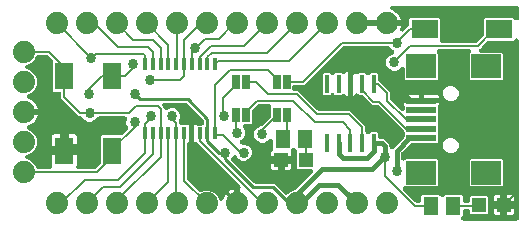
<source format=gbr>
G04 EAGLE Gerber RS-274X export*
G75*
%MOMM*%
%FSLAX34Y34*%
%LPD*%
%INTop Copper*%
%IPPOS*%
%AMOC8*
5,1,8,0,0,1.08239X$1,22.5*%
G01*
%ADD10R,1.600000X2.300000*%
%ADD11R,1.200000X1.200000*%
%ADD12R,1.300000X1.500000*%
%ADD13R,2.500000X0.500000*%
%ADD14R,2.500000X2.000000*%
%ADD15R,0.400000X1.499997*%
%ADD16C,1.879600*%
%ADD17R,0.635000X1.270000*%
%ADD18R,0.400000X1.000000*%
%ADD19R,2.300000X1.600000*%
%ADD20C,0.406400*%
%ADD21C,0.858000*%
%ADD22C,0.203200*%
%ADD23C,0.254000*%

G36*
X435026Y2003D02*
X435026Y2003D01*
X435044Y2001D01*
X435226Y2022D01*
X435409Y2041D01*
X435426Y2046D01*
X435443Y2048D01*
X435618Y2105D01*
X435794Y2159D01*
X435809Y2167D01*
X435826Y2173D01*
X435986Y2263D01*
X436148Y2351D01*
X436161Y2362D01*
X436177Y2371D01*
X436316Y2491D01*
X436457Y2608D01*
X436468Y2622D01*
X436482Y2634D01*
X436594Y2779D01*
X436709Y2922D01*
X436717Y2938D01*
X436728Y2952D01*
X436810Y3117D01*
X436895Y3279D01*
X436900Y3296D01*
X436908Y3312D01*
X436955Y3491D01*
X437006Y3666D01*
X437008Y3684D01*
X437012Y3701D01*
X437039Y4032D01*
X437039Y154189D01*
X437038Y154198D01*
X437039Y154207D01*
X437018Y154399D01*
X436999Y154590D01*
X436997Y154598D01*
X436996Y154607D01*
X436938Y154789D01*
X436881Y154975D01*
X436877Y154983D01*
X436874Y154991D01*
X436781Y155159D01*
X436689Y155329D01*
X436684Y155335D01*
X436679Y155343D01*
X436554Y155491D01*
X436432Y155638D01*
X436425Y155643D01*
X436419Y155650D01*
X436267Y155770D01*
X436118Y155890D01*
X436110Y155894D01*
X436103Y155900D01*
X435931Y155987D01*
X435761Y156076D01*
X435752Y156078D01*
X435744Y156082D01*
X435558Y156134D01*
X435374Y156187D01*
X435365Y156188D01*
X435356Y156190D01*
X435164Y156204D01*
X434972Y156220D01*
X434964Y156219D01*
X434955Y156220D01*
X434762Y156195D01*
X434573Y156173D01*
X434564Y156170D01*
X434555Y156169D01*
X434372Y156108D01*
X434190Y156048D01*
X434182Y156044D01*
X434174Y156041D01*
X434008Y155946D01*
X433839Y155850D01*
X433832Y155845D01*
X433825Y155840D01*
X433572Y155625D01*
X432252Y154305D01*
X411220Y154305D01*
X411193Y154303D01*
X411166Y154305D01*
X410992Y154283D01*
X410819Y154265D01*
X410794Y154258D01*
X410767Y154254D01*
X410601Y154198D01*
X410434Y154147D01*
X410411Y154134D01*
X410385Y154126D01*
X410234Y154039D01*
X410080Y153955D01*
X410060Y153938D01*
X410036Y153925D01*
X409783Y153710D01*
X405476Y149403D01*
X403695Y147622D01*
X403690Y147615D01*
X403683Y147610D01*
X403563Y147460D01*
X403440Y147311D01*
X403436Y147303D01*
X403431Y147296D01*
X403342Y147126D01*
X403252Y146955D01*
X403249Y146946D01*
X403245Y146939D01*
X403192Y146754D01*
X403137Y146569D01*
X403136Y146560D01*
X403134Y146552D01*
X403118Y146361D01*
X403101Y146168D01*
X403102Y146159D01*
X403101Y146150D01*
X403123Y145961D01*
X403144Y145768D01*
X403147Y145759D01*
X403148Y145751D01*
X403207Y145569D01*
X403265Y145384D01*
X403270Y145376D01*
X403273Y145368D01*
X403367Y145201D01*
X403460Y145032D01*
X403466Y145025D01*
X403470Y145017D01*
X403596Y144872D01*
X403721Y144725D01*
X403728Y144719D01*
X403734Y144712D01*
X403884Y144596D01*
X404037Y144475D01*
X404045Y144471D01*
X404052Y144466D01*
X404223Y144380D01*
X404396Y144293D01*
X404404Y144290D01*
X404412Y144286D01*
X404598Y144236D01*
X404783Y144185D01*
X404792Y144184D01*
X404801Y144182D01*
X405132Y144155D01*
X422542Y144155D01*
X423435Y143262D01*
X423435Y121998D01*
X422542Y121105D01*
X396278Y121105D01*
X395385Y121998D01*
X395385Y143262D01*
X395975Y143852D01*
X395981Y143859D01*
X395988Y143864D01*
X396108Y144014D01*
X396230Y144163D01*
X396235Y144171D01*
X396240Y144178D01*
X396328Y144346D01*
X396419Y144519D01*
X396422Y144528D01*
X396426Y144535D01*
X396479Y144720D01*
X396534Y144905D01*
X396535Y144914D01*
X396537Y144922D01*
X396553Y145113D01*
X396570Y145306D01*
X396569Y145315D01*
X396570Y145324D01*
X396548Y145513D01*
X396527Y145706D01*
X396524Y145715D01*
X396523Y145723D01*
X396464Y145905D01*
X396405Y146090D01*
X396401Y146098D01*
X396398Y146106D01*
X396304Y146273D01*
X396211Y146442D01*
X396205Y146449D01*
X396200Y146457D01*
X396075Y146602D01*
X395950Y146749D01*
X395943Y146755D01*
X395937Y146762D01*
X395787Y146878D01*
X395634Y146999D01*
X395626Y147003D01*
X395619Y147008D01*
X395448Y147093D01*
X395275Y147181D01*
X395267Y147184D01*
X395259Y147188D01*
X395073Y147237D01*
X394887Y147289D01*
X394878Y147290D01*
X394870Y147292D01*
X394539Y147319D01*
X369281Y147319D01*
X369272Y147318D01*
X369263Y147319D01*
X369071Y147298D01*
X368880Y147279D01*
X368872Y147277D01*
X368863Y147276D01*
X368681Y147218D01*
X368495Y147161D01*
X368487Y147157D01*
X368479Y147154D01*
X368311Y147061D01*
X368141Y146969D01*
X368135Y146964D01*
X368127Y146959D01*
X367979Y146834D01*
X367832Y146712D01*
X367827Y146705D01*
X367820Y146699D01*
X367700Y146548D01*
X367580Y146398D01*
X367576Y146390D01*
X367570Y146383D01*
X367483Y146212D01*
X367394Y146041D01*
X367392Y146032D01*
X367388Y146024D01*
X367336Y145837D01*
X367283Y145654D01*
X367282Y145645D01*
X367280Y145636D01*
X367266Y145444D01*
X367250Y145252D01*
X367251Y145244D01*
X367250Y145235D01*
X367275Y145042D01*
X367297Y144853D01*
X367300Y144844D01*
X367301Y144835D01*
X367362Y144652D01*
X367422Y144470D01*
X367426Y144462D01*
X367429Y144454D01*
X367525Y144286D01*
X367620Y144119D01*
X367625Y144112D01*
X367630Y144105D01*
X367845Y143852D01*
X368435Y143262D01*
X368435Y121998D01*
X367542Y121105D01*
X341278Y121105D01*
X340385Y121998D01*
X340385Y130241D01*
X340384Y130250D01*
X340385Y130259D01*
X340364Y130451D01*
X340345Y130642D01*
X340343Y130650D01*
X340342Y130659D01*
X340284Y130841D01*
X340227Y131027D01*
X340223Y131035D01*
X340220Y131043D01*
X340127Y131212D01*
X340035Y131381D01*
X340030Y131388D01*
X340025Y131396D01*
X339900Y131543D01*
X339778Y131690D01*
X339771Y131696D01*
X339765Y131703D01*
X339613Y131822D01*
X339464Y131942D01*
X339456Y131947D01*
X339449Y131952D01*
X339277Y132040D01*
X339107Y132128D01*
X339098Y132130D01*
X339090Y132134D01*
X338904Y132186D01*
X338720Y132239D01*
X338711Y132240D01*
X338702Y132242D01*
X338510Y132257D01*
X338318Y132272D01*
X338310Y132271D01*
X338301Y132272D01*
X338108Y132248D01*
X337919Y132225D01*
X337910Y132223D01*
X337901Y132221D01*
X337718Y132160D01*
X337536Y132100D01*
X337528Y132096D01*
X337520Y132093D01*
X337354Y131998D01*
X337185Y131903D01*
X337178Y131897D01*
X337171Y131892D01*
X336918Y131678D01*
X335339Y130099D01*
X334645Y129811D01*
X332829Y129059D01*
X330111Y129059D01*
X327601Y130099D01*
X325679Y132021D01*
X324639Y134531D01*
X324639Y137249D01*
X325679Y139759D01*
X327601Y141681D01*
X329132Y142315D01*
X330289Y142794D01*
X330297Y142799D01*
X330306Y142801D01*
X330474Y142893D01*
X330644Y142985D01*
X330651Y142990D01*
X330659Y142995D01*
X330805Y143118D01*
X330954Y143241D01*
X330960Y143248D01*
X330967Y143254D01*
X331087Y143404D01*
X331208Y143554D01*
X331212Y143562D01*
X331218Y143569D01*
X331306Y143739D01*
X331395Y143910D01*
X331398Y143919D01*
X331402Y143927D01*
X331454Y144111D01*
X331508Y144297D01*
X331509Y144306D01*
X331511Y144314D01*
X331526Y144505D01*
X331543Y144698D01*
X331542Y144707D01*
X331543Y144715D01*
X331520Y144905D01*
X331498Y145098D01*
X331495Y145106D01*
X331494Y145115D01*
X331434Y145296D01*
X331375Y145481D01*
X331370Y145489D01*
X331367Y145497D01*
X331272Y145665D01*
X331178Y145833D01*
X331172Y145839D01*
X331168Y145847D01*
X331041Y145993D01*
X330916Y146138D01*
X330909Y146144D01*
X330904Y146151D01*
X330751Y146268D01*
X330599Y146387D01*
X330591Y146391D01*
X330584Y146396D01*
X330289Y146548D01*
X330141Y146609D01*
X328219Y148531D01*
X328188Y148605D01*
X328178Y148625D01*
X328171Y148646D01*
X328083Y148802D01*
X327998Y148960D01*
X327984Y148977D01*
X327973Y148997D01*
X327856Y149133D01*
X327742Y149271D01*
X327724Y149285D01*
X327710Y149302D01*
X327569Y149411D01*
X327429Y149524D01*
X327409Y149535D01*
X327392Y149548D01*
X327231Y149628D01*
X327073Y149711D01*
X327051Y149718D01*
X327031Y149728D01*
X326858Y149774D01*
X326686Y149824D01*
X326664Y149826D01*
X326642Y149832D01*
X326312Y149859D01*
X288921Y149859D01*
X288894Y149857D01*
X288867Y149859D01*
X288693Y149837D01*
X288520Y149819D01*
X288494Y149812D01*
X288468Y149808D01*
X288302Y149753D01*
X288135Y149701D01*
X288111Y149688D01*
X288086Y149680D01*
X287934Y149593D01*
X287781Y149509D01*
X287761Y149492D01*
X287737Y149479D01*
X287484Y149264D01*
X255059Y116839D01*
X247015Y116839D01*
X246997Y116837D01*
X246979Y116839D01*
X246797Y116818D01*
X246614Y116799D01*
X246597Y116794D01*
X246580Y116792D01*
X246405Y116735D01*
X246229Y116681D01*
X246214Y116673D01*
X246197Y116667D01*
X246037Y116577D01*
X245875Y116489D01*
X245862Y116478D01*
X245846Y116469D01*
X245707Y116349D01*
X245566Y116232D01*
X245555Y116218D01*
X245541Y116206D01*
X245429Y116061D01*
X245314Y115918D01*
X245306Y115902D01*
X245295Y115888D01*
X245213Y115723D01*
X245128Y115561D01*
X245123Y115544D01*
X245115Y115528D01*
X245068Y115349D01*
X245017Y115174D01*
X245015Y115156D01*
X245011Y115139D01*
X244984Y114808D01*
X244984Y113792D01*
X244986Y113774D01*
X244984Y113756D01*
X245005Y113574D01*
X245024Y113391D01*
X245029Y113374D01*
X245031Y113357D01*
X245088Y113182D01*
X245142Y113006D01*
X245150Y112991D01*
X245156Y112974D01*
X245246Y112814D01*
X245334Y112652D01*
X245345Y112639D01*
X245354Y112623D01*
X245474Y112484D01*
X245591Y112343D01*
X245605Y112332D01*
X245617Y112318D01*
X245762Y112206D01*
X245905Y112091D01*
X245921Y112083D01*
X245935Y112072D01*
X246100Y111990D01*
X246262Y111905D01*
X246279Y111900D01*
X246295Y111892D01*
X246474Y111845D01*
X246649Y111794D01*
X246667Y111792D01*
X246684Y111788D01*
X247015Y111761D01*
X249986Y111761D01*
X266128Y95620D01*
X266148Y95603D01*
X266166Y95582D01*
X266304Y95475D01*
X266439Y95365D01*
X266463Y95352D01*
X266484Y95336D01*
X266641Y95258D01*
X266795Y95176D01*
X266820Y95168D01*
X266844Y95156D01*
X267014Y95111D01*
X267181Y95061D01*
X267207Y95059D01*
X267233Y95052D01*
X267564Y95025D01*
X294328Y95025D01*
X306861Y82492D01*
X306861Y77666D01*
X306863Y77639D01*
X306861Y77612D01*
X306883Y77438D01*
X306901Y77265D01*
X306908Y77240D01*
X306912Y77213D01*
X306967Y77047D01*
X307019Y76880D01*
X307032Y76857D01*
X307040Y76831D01*
X307127Y76680D01*
X307210Y76526D01*
X307228Y76506D01*
X307241Y76482D01*
X307456Y76229D01*
X307884Y75801D01*
X307897Y75790D01*
X307909Y75776D01*
X308053Y75663D01*
X308195Y75546D01*
X308211Y75538D01*
X308225Y75527D01*
X308389Y75443D01*
X308551Y75358D01*
X308568Y75353D01*
X308584Y75344D01*
X308761Y75295D01*
X308937Y75243D01*
X308955Y75241D01*
X308972Y75236D01*
X309155Y75223D01*
X309338Y75206D01*
X309355Y75208D01*
X309373Y75207D01*
X309555Y75230D01*
X309738Y75250D01*
X309755Y75255D01*
X309773Y75258D01*
X309946Y75316D01*
X310122Y75371D01*
X310138Y75380D01*
X310154Y75386D01*
X310314Y75478D01*
X310474Y75566D01*
X310488Y75578D01*
X310503Y75587D01*
X310756Y75801D01*
X311688Y76733D01*
X316952Y76733D01*
X317845Y75840D01*
X317845Y73297D01*
X317846Y73279D01*
X317845Y73261D01*
X317866Y73079D01*
X317885Y72896D01*
X317890Y72879D01*
X317892Y72861D01*
X317949Y72687D01*
X318003Y72511D01*
X318011Y72496D01*
X318017Y72479D01*
X318107Y72318D01*
X318194Y72157D01*
X318206Y72144D01*
X318215Y72128D01*
X318335Y71989D01*
X318452Y71848D01*
X318466Y71837D01*
X318478Y71823D01*
X318623Y71711D01*
X318766Y71596D01*
X318782Y71587D01*
X318796Y71576D01*
X318961Y71494D01*
X319123Y71410D01*
X319140Y71405D01*
X319156Y71397D01*
X319335Y71349D01*
X319510Y71299D01*
X319528Y71297D01*
X319545Y71293D01*
X319876Y71266D01*
X322384Y71266D01*
X327407Y66243D01*
X327407Y64611D01*
X327408Y64602D01*
X327407Y64593D01*
X327428Y64399D01*
X327447Y64210D01*
X327449Y64202D01*
X327450Y64193D01*
X327508Y64009D01*
X327565Y63825D01*
X327569Y63817D01*
X327572Y63809D01*
X327664Y63641D01*
X327757Y63471D01*
X327762Y63464D01*
X327767Y63456D01*
X327891Y63309D01*
X328014Y63162D01*
X328021Y63156D01*
X328027Y63149D01*
X328179Y63030D01*
X328328Y62909D01*
X328336Y62905D01*
X328343Y62900D01*
X328516Y62812D01*
X328685Y62724D01*
X328694Y62721D01*
X328702Y62717D01*
X328888Y62665D01*
X329072Y62613D01*
X329081Y62612D01*
X329090Y62609D01*
X329283Y62595D01*
X329474Y62580D01*
X329482Y62581D01*
X329491Y62580D01*
X329684Y62604D01*
X329873Y62627D01*
X329882Y62629D01*
X329891Y62630D01*
X330074Y62692D01*
X330256Y62751D01*
X330264Y62756D01*
X330272Y62759D01*
X330439Y62855D01*
X330607Y62949D01*
X330614Y62955D01*
X330621Y62960D01*
X330874Y63174D01*
X339790Y72090D01*
X339807Y72111D01*
X339828Y72129D01*
X339935Y72266D01*
X340045Y72402D01*
X340058Y72425D01*
X340074Y72447D01*
X340152Y72604D01*
X340234Y72758D01*
X340242Y72783D01*
X340254Y72807D01*
X340299Y72977D01*
X340349Y73143D01*
X340351Y73170D01*
X340358Y73196D01*
X340385Y73527D01*
X340385Y75322D01*
X340396Y75465D01*
X340412Y75648D01*
X340410Y75666D01*
X340412Y75685D01*
X340389Y75865D01*
X340385Y75897D01*
X340385Y76428D01*
X340383Y76454D01*
X340385Y76481D01*
X340363Y76655D01*
X340345Y76828D01*
X340338Y76854D01*
X340334Y76881D01*
X340278Y77046D01*
X340227Y77213D01*
X340214Y77237D01*
X340206Y77262D01*
X340119Y77413D01*
X340035Y77567D01*
X340018Y77588D01*
X340005Y77611D01*
X339790Y77864D01*
X338482Y79172D01*
X338482Y79173D01*
X317945Y99710D01*
X317924Y99727D01*
X317907Y99747D01*
X317769Y99854D01*
X317633Y99965D01*
X317610Y99977D01*
X317588Y99994D01*
X317432Y100072D01*
X317278Y100153D01*
X317252Y100161D01*
X317228Y100173D01*
X317059Y100218D01*
X316892Y100268D01*
X316865Y100270D01*
X316839Y100277D01*
X316508Y100305D01*
X312634Y100305D01*
X304846Y108092D01*
X304826Y108109D01*
X304808Y108129D01*
X304670Y108236D01*
X304535Y108347D01*
X304511Y108359D01*
X304490Y108376D01*
X304333Y108454D01*
X304179Y108535D01*
X304154Y108543D01*
X304130Y108555D01*
X303960Y108600D01*
X303793Y108650D01*
X303767Y108652D01*
X303741Y108659D01*
X303410Y108687D01*
X301688Y108687D01*
X301256Y109119D01*
X301192Y109171D01*
X301135Y109231D01*
X301037Y109299D01*
X300944Y109374D01*
X300872Y109413D01*
X300804Y109460D01*
X300694Y109507D01*
X300589Y109563D01*
X300510Y109586D01*
X300434Y109619D01*
X300317Y109644D01*
X300203Y109678D01*
X300121Y109685D01*
X300040Y109702D01*
X299921Y109703D01*
X299802Y109714D01*
X299720Y109705D01*
X299638Y109706D01*
X299520Y109684D01*
X299401Y109671D01*
X299323Y109646D01*
X299242Y109630D01*
X299132Y109585D01*
X299018Y109549D01*
X298945Y109509D01*
X298869Y109478D01*
X298770Y109412D01*
X298665Y109354D01*
X298602Y109301D01*
X298534Y109256D01*
X298449Y109171D01*
X298358Y109094D01*
X298307Y109029D01*
X298249Y108971D01*
X298162Y108846D01*
X298109Y108778D01*
X298091Y108742D01*
X298085Y108736D01*
X298083Y108731D01*
X298060Y108698D01*
X298033Y108651D01*
X297560Y108178D01*
X296981Y107844D01*
X296335Y107671D01*
X296031Y107671D01*
X296031Y117711D01*
X296031Y117712D01*
X296031Y127752D01*
X296335Y127752D01*
X296981Y127579D01*
X297560Y127244D01*
X298033Y126771D01*
X298060Y126724D01*
X298108Y126657D01*
X298148Y126585D01*
X298225Y126494D01*
X298295Y126397D01*
X298355Y126341D01*
X298409Y126278D01*
X298502Y126204D01*
X298590Y126123D01*
X298660Y126080D01*
X298724Y126029D01*
X298831Y125975D01*
X298933Y125912D01*
X299010Y125884D01*
X299083Y125846D01*
X299199Y125814D01*
X299311Y125773D01*
X299392Y125760D01*
X299471Y125738D01*
X299591Y125730D01*
X299709Y125711D01*
X299791Y125715D01*
X299873Y125709D01*
X299991Y125724D01*
X300111Y125729D01*
X300191Y125749D01*
X300272Y125759D01*
X300385Y125798D01*
X300502Y125826D01*
X300576Y125862D01*
X300654Y125888D01*
X300758Y125947D01*
X300866Y125999D01*
X300932Y126048D01*
X301003Y126089D01*
X301119Y126188D01*
X301189Y126239D01*
X301216Y126269D01*
X301256Y126303D01*
X301688Y126736D01*
X306952Y126736D01*
X307884Y125804D01*
X307897Y125793D01*
X307909Y125779D01*
X308054Y125665D01*
X308195Y125549D01*
X308211Y125540D01*
X308225Y125529D01*
X308389Y125446D01*
X308551Y125360D01*
X308568Y125355D01*
X308584Y125347D01*
X308761Y125298D01*
X308937Y125245D01*
X308955Y125244D01*
X308972Y125239D01*
X309155Y125226D01*
X309338Y125209D01*
X309355Y125211D01*
X309373Y125210D01*
X309555Y125233D01*
X309738Y125252D01*
X309755Y125258D01*
X309773Y125260D01*
X309946Y125318D01*
X310122Y125374D01*
X310138Y125383D01*
X310154Y125388D01*
X310313Y125480D01*
X310474Y125569D01*
X310488Y125580D01*
X310503Y125589D01*
X310756Y125804D01*
X311688Y126736D01*
X316952Y126736D01*
X317845Y125843D01*
X317845Y121637D01*
X317847Y121610D01*
X317845Y121584D01*
X317867Y121410D01*
X317885Y121236D01*
X317892Y121211D01*
X317896Y121184D01*
X317952Y121018D01*
X318003Y120851D01*
X318016Y120828D01*
X318024Y120803D01*
X318111Y120651D01*
X318194Y120497D01*
X318212Y120477D01*
X318225Y120454D01*
X318440Y120201D01*
X325700Y112940D01*
X327783Y110857D01*
X327783Y105468D01*
X327786Y105441D01*
X327784Y105414D01*
X327806Y105241D01*
X327823Y105067D01*
X327831Y105042D01*
X327834Y105015D01*
X327890Y104849D01*
X327941Y104682D01*
X327954Y104659D01*
X327963Y104633D01*
X328050Y104482D01*
X328133Y104328D01*
X328150Y104308D01*
X328164Y104284D01*
X328378Y104031D01*
X336918Y95492D01*
X336925Y95486D01*
X336930Y95479D01*
X337081Y95359D01*
X337229Y95237D01*
X337237Y95233D01*
X337244Y95227D01*
X337414Y95139D01*
X337585Y95048D01*
X337594Y95046D01*
X337601Y95042D01*
X337786Y94988D01*
X337971Y94933D01*
X337980Y94933D01*
X337988Y94930D01*
X338180Y94915D01*
X338372Y94897D01*
X338381Y94898D01*
X338390Y94897D01*
X338579Y94919D01*
X338772Y94940D01*
X338781Y94943D01*
X338789Y94944D01*
X338971Y95004D01*
X339156Y95062D01*
X339164Y95066D01*
X339172Y95069D01*
X339341Y95164D01*
X339508Y95257D01*
X339515Y95263D01*
X339523Y95267D01*
X339669Y95393D01*
X339815Y95517D01*
X339821Y95524D01*
X339828Y95530D01*
X339945Y95682D01*
X340065Y95833D01*
X340069Y95841D01*
X340074Y95848D01*
X340160Y96020D01*
X340247Y96192D01*
X340250Y96201D01*
X340254Y96209D01*
X340304Y96395D01*
X340355Y96580D01*
X340356Y96589D01*
X340358Y96598D01*
X340385Y96928D01*
X340385Y98220D01*
X340383Y98247D01*
X340385Y98274D01*
X340363Y98447D01*
X340345Y98621D01*
X340338Y98646D01*
X340334Y98673D01*
X340279Y98839D01*
X340227Y99006D01*
X340214Y99029D01*
X340206Y99055D01*
X340119Y99206D01*
X340035Y99360D01*
X340018Y99380D01*
X340005Y99404D01*
X339905Y99522D01*
X339542Y100149D01*
X339369Y100795D01*
X339369Y101599D01*
X354410Y101599D01*
X369451Y101599D01*
X369451Y100795D01*
X369278Y100149D01*
X368909Y99510D01*
X368885Y99480D01*
X368775Y99345D01*
X368762Y99321D01*
X368746Y99300D01*
X368668Y99143D01*
X368586Y98989D01*
X368578Y98964D01*
X368566Y98940D01*
X368521Y98770D01*
X368471Y98603D01*
X368469Y98577D01*
X368462Y98551D01*
X368435Y98220D01*
X368435Y91938D01*
X368424Y91795D01*
X368408Y91612D01*
X368410Y91594D01*
X368408Y91575D01*
X368431Y91395D01*
X368435Y91363D01*
X368435Y83937D01*
X368424Y83795D01*
X368408Y83613D01*
X368410Y83595D01*
X368408Y83577D01*
X368431Y83394D01*
X368435Y83363D01*
X368435Y75937D01*
X368424Y75795D01*
X368408Y75613D01*
X368410Y75595D01*
X368408Y75577D01*
X368431Y75394D01*
X368435Y75363D01*
X368435Y68498D01*
X367542Y67605D01*
X346207Y67605D01*
X346180Y67603D01*
X346153Y67605D01*
X345979Y67583D01*
X345806Y67565D01*
X345781Y67558D01*
X345754Y67554D01*
X345588Y67499D01*
X345421Y67447D01*
X345398Y67434D01*
X345372Y67426D01*
X345221Y67339D01*
X345067Y67255D01*
X345047Y67238D01*
X345023Y67225D01*
X344770Y67010D01*
X337712Y59952D01*
X337695Y59931D01*
X337674Y59913D01*
X337567Y59776D01*
X337457Y59640D01*
X337444Y59617D01*
X337428Y59595D01*
X337350Y59438D01*
X337268Y59284D01*
X337260Y59259D01*
X337248Y59235D01*
X337203Y59065D01*
X337153Y58899D01*
X337151Y58872D01*
X337144Y58846D01*
X337117Y58515D01*
X337117Y54897D01*
X337118Y54888D01*
X337117Y54879D01*
X337138Y54687D01*
X337157Y54496D01*
X337159Y54488D01*
X337160Y54479D01*
X337218Y54297D01*
X337275Y54111D01*
X337279Y54103D01*
X337282Y54095D01*
X337375Y53927D01*
X337467Y53757D01*
X337472Y53751D01*
X337477Y53743D01*
X337602Y53595D01*
X337724Y53448D01*
X337731Y53443D01*
X337737Y53436D01*
X337888Y53316D01*
X338038Y53196D01*
X338046Y53192D01*
X338053Y53186D01*
X338224Y53099D01*
X338395Y53010D01*
X338404Y53008D01*
X338412Y53004D01*
X338598Y52952D01*
X338782Y52899D01*
X338791Y52898D01*
X338800Y52896D01*
X338992Y52882D01*
X339184Y52866D01*
X339192Y52867D01*
X339201Y52866D01*
X339394Y52891D01*
X339583Y52913D01*
X339592Y52916D01*
X339601Y52917D01*
X339784Y52978D01*
X339966Y53038D01*
X339974Y53042D01*
X339982Y53045D01*
X340148Y53140D01*
X340317Y53236D01*
X340324Y53241D01*
X340331Y53246D01*
X340584Y53461D01*
X341278Y54155D01*
X367542Y54155D01*
X368435Y53262D01*
X368435Y31998D01*
X367542Y31105D01*
X340612Y31105D01*
X340603Y31104D01*
X340594Y31105D01*
X340401Y31084D01*
X340211Y31065D01*
X340203Y31063D01*
X340194Y31062D01*
X340010Y31004D01*
X339826Y30947D01*
X339818Y30943D01*
X339810Y30940D01*
X339642Y30848D01*
X339472Y30755D01*
X339465Y30750D01*
X339458Y30745D01*
X339309Y30620D01*
X339163Y30498D01*
X339157Y30491D01*
X339151Y30485D01*
X339031Y30333D01*
X338911Y30184D01*
X338906Y30176D01*
X338901Y30169D01*
X338813Y29996D01*
X338725Y29827D01*
X338723Y29818D01*
X338719Y29810D01*
X338667Y29624D01*
X338614Y29440D01*
X338613Y29431D01*
X338611Y29422D01*
X338596Y29229D01*
X338581Y29038D01*
X338582Y29030D01*
X338581Y29021D01*
X338605Y28828D01*
X338628Y28639D01*
X338630Y28630D01*
X338632Y28621D01*
X338693Y28438D01*
X338753Y28256D01*
X338757Y28248D01*
X338760Y28240D01*
X338856Y28073D01*
X338950Y27905D01*
X338956Y27898D01*
X338961Y27891D01*
X339175Y27638D01*
X349117Y17696D01*
X349138Y17679D01*
X349156Y17658D01*
X349294Y17551D01*
X349429Y17441D01*
X349453Y17428D01*
X349474Y17412D01*
X349631Y17334D01*
X349785Y17252D01*
X349810Y17244D01*
X349834Y17232D01*
X350004Y17187D01*
X350171Y17137D01*
X350197Y17135D01*
X350223Y17128D01*
X350554Y17101D01*
X352454Y17101D01*
X352472Y17103D01*
X352490Y17101D01*
X352672Y17122D01*
X352855Y17141D01*
X352872Y17146D01*
X352889Y17148D01*
X353064Y17205D01*
X353240Y17259D01*
X353255Y17267D01*
X353272Y17273D01*
X353432Y17363D01*
X353594Y17451D01*
X353607Y17462D01*
X353623Y17471D01*
X353762Y17591D01*
X353903Y17708D01*
X353914Y17722D01*
X353928Y17734D01*
X354040Y17879D01*
X354155Y18022D01*
X354163Y18038D01*
X354174Y18052D01*
X354256Y18217D01*
X354341Y18379D01*
X354346Y18396D01*
X354354Y18412D01*
X354401Y18591D01*
X354452Y18766D01*
X354454Y18784D01*
X354458Y18801D01*
X354485Y19132D01*
X354485Y22692D01*
X355378Y23585D01*
X369642Y23585D01*
X370574Y22653D01*
X370588Y22641D01*
X370599Y22628D01*
X370743Y22514D01*
X370885Y22398D01*
X370901Y22389D01*
X370915Y22378D01*
X371079Y22295D01*
X371241Y22209D01*
X371258Y22204D01*
X371274Y22196D01*
X371451Y22146D01*
X371627Y22094D01*
X371645Y22093D01*
X371662Y22088D01*
X371845Y22074D01*
X372028Y22058D01*
X372046Y22060D01*
X372063Y22058D01*
X372245Y22081D01*
X372428Y22101D01*
X372445Y22107D01*
X372463Y22109D01*
X372637Y22167D01*
X372812Y22223D01*
X372828Y22231D01*
X372844Y22237D01*
X373003Y22329D01*
X373164Y22417D01*
X373178Y22429D01*
X373193Y22438D01*
X373446Y22653D01*
X374378Y23585D01*
X388642Y23585D01*
X389535Y22692D01*
X389535Y19132D01*
X389537Y19114D01*
X389535Y19096D01*
X389556Y18914D01*
X389575Y18731D01*
X389580Y18714D01*
X389582Y18697D01*
X389639Y18522D01*
X389693Y18346D01*
X389701Y18331D01*
X389707Y18314D01*
X389797Y18154D01*
X389885Y17992D01*
X389896Y17979D01*
X389905Y17963D01*
X390025Y17824D01*
X390142Y17683D01*
X390156Y17672D01*
X390168Y17658D01*
X390313Y17546D01*
X390456Y17431D01*
X390472Y17423D01*
X390486Y17412D01*
X390651Y17330D01*
X390813Y17245D01*
X390830Y17240D01*
X390846Y17232D01*
X391025Y17185D01*
X391200Y17134D01*
X391218Y17132D01*
X391235Y17128D01*
X391566Y17101D01*
X393654Y17101D01*
X393672Y17103D01*
X393690Y17101D01*
X393872Y17122D01*
X394055Y17141D01*
X394072Y17146D01*
X394089Y17148D01*
X394264Y17205D01*
X394440Y17259D01*
X394455Y17267D01*
X394472Y17273D01*
X394632Y17363D01*
X394794Y17451D01*
X394807Y17462D01*
X394823Y17471D01*
X394962Y17591D01*
X395103Y17708D01*
X395114Y17722D01*
X395128Y17734D01*
X395240Y17879D01*
X395355Y18022D01*
X395363Y18038D01*
X395374Y18052D01*
X395456Y18217D01*
X395541Y18379D01*
X395546Y18396D01*
X395554Y18412D01*
X395601Y18591D01*
X395652Y18766D01*
X395654Y18784D01*
X395658Y18801D01*
X395685Y19132D01*
X395685Y21872D01*
X396578Y22765D01*
X409842Y22765D01*
X410735Y21872D01*
X410735Y8608D01*
X409842Y7715D01*
X396578Y7715D01*
X395685Y8608D01*
X395685Y9988D01*
X395683Y10006D01*
X395685Y10024D01*
X395664Y10206D01*
X395645Y10389D01*
X395640Y10406D01*
X395638Y10423D01*
X395581Y10598D01*
X395527Y10774D01*
X395519Y10789D01*
X395513Y10806D01*
X395423Y10966D01*
X395335Y11128D01*
X395324Y11141D01*
X395315Y11157D01*
X395195Y11296D01*
X395078Y11437D01*
X395064Y11448D01*
X395052Y11462D01*
X394907Y11574D01*
X394764Y11689D01*
X394748Y11697D01*
X394734Y11708D01*
X394569Y11790D01*
X394407Y11875D01*
X394390Y11880D01*
X394374Y11888D01*
X394195Y11935D01*
X394020Y11986D01*
X394002Y11988D01*
X393985Y11992D01*
X393654Y12019D01*
X391566Y12019D01*
X391548Y12017D01*
X391530Y12019D01*
X391348Y11998D01*
X391165Y11979D01*
X391148Y11974D01*
X391131Y11972D01*
X390956Y11915D01*
X390780Y11861D01*
X390765Y11853D01*
X390748Y11847D01*
X390588Y11757D01*
X390426Y11669D01*
X390413Y11658D01*
X390397Y11649D01*
X390258Y11529D01*
X390117Y11412D01*
X390106Y11398D01*
X390092Y11386D01*
X389980Y11241D01*
X389865Y11098D01*
X389857Y11082D01*
X389846Y11068D01*
X389764Y10903D01*
X389679Y10741D01*
X389674Y10724D01*
X389666Y10708D01*
X389619Y10529D01*
X389568Y10354D01*
X389566Y10336D01*
X389562Y10319D01*
X389535Y9988D01*
X389535Y6428D01*
X388575Y5468D01*
X388569Y5461D01*
X388562Y5456D01*
X388441Y5305D01*
X388320Y5157D01*
X388315Y5149D01*
X388310Y5142D01*
X388221Y4972D01*
X388131Y4801D01*
X388128Y4792D01*
X388124Y4785D01*
X388071Y4600D01*
X388016Y4415D01*
X388015Y4406D01*
X388013Y4398D01*
X387997Y4207D01*
X387980Y4014D01*
X387981Y4005D01*
X387980Y3996D01*
X388002Y3807D01*
X388023Y3614D01*
X388026Y3605D01*
X388027Y3597D01*
X388086Y3415D01*
X388145Y3230D01*
X388149Y3222D01*
X388152Y3214D01*
X388246Y3047D01*
X388339Y2878D01*
X388345Y2871D01*
X388350Y2863D01*
X388475Y2718D01*
X388600Y2571D01*
X388607Y2565D01*
X388613Y2558D01*
X388763Y2442D01*
X388916Y2321D01*
X388924Y2317D01*
X388931Y2312D01*
X389102Y2227D01*
X389275Y2139D01*
X389283Y2136D01*
X389291Y2132D01*
X389477Y2083D01*
X389663Y2031D01*
X389672Y2030D01*
X389680Y2028D01*
X390011Y2001D01*
X435008Y2001D01*
X435026Y2003D01*
G37*
G36*
X40067Y45735D02*
X40067Y45735D01*
X40213Y45742D01*
X40267Y45755D01*
X40322Y45761D01*
X40462Y45804D01*
X40604Y45839D01*
X40654Y45862D01*
X40707Y45879D01*
X40836Y45949D01*
X40968Y46011D01*
X41012Y46044D01*
X41061Y46071D01*
X41173Y46164D01*
X41291Y46252D01*
X41328Y46293D01*
X41370Y46328D01*
X41462Y46442D01*
X41560Y46551D01*
X41588Y46599D01*
X41622Y46642D01*
X41690Y46772D01*
X41764Y46898D01*
X41782Y46950D01*
X41808Y46999D01*
X41848Y47140D01*
X41896Y47278D01*
X41904Y47333D01*
X41919Y47386D01*
X41931Y47532D01*
X41951Y47677D01*
X41948Y47732D01*
X41952Y47788D01*
X41935Y47933D01*
X41926Y48079D01*
X41912Y48133D01*
X41905Y48187D01*
X41860Y48326D01*
X41822Y48468D01*
X41795Y48525D01*
X41780Y48570D01*
X41739Y48643D01*
X41708Y48710D01*
X41529Y49375D01*
X41529Y57211D01*
X50102Y57211D01*
X50120Y57212D01*
X50137Y57211D01*
X50320Y57232D01*
X50502Y57251D01*
X50519Y57256D01*
X50537Y57258D01*
X50712Y57315D01*
X50887Y57369D01*
X50903Y57377D01*
X50920Y57383D01*
X51080Y57473D01*
X51241Y57560D01*
X51255Y57572D01*
X51271Y57581D01*
X51410Y57701D01*
X51551Y57818D01*
X51562Y57832D01*
X51575Y57844D01*
X51688Y57989D01*
X51803Y58132D01*
X51811Y58148D01*
X51822Y58162D01*
X51904Y58327D01*
X51988Y58489D01*
X51993Y58506D01*
X52001Y58522D01*
X52049Y58701D01*
X52068Y58765D01*
X52111Y58632D01*
X52165Y58456D01*
X52173Y58441D01*
X52179Y58424D01*
X52269Y58264D01*
X52357Y58102D01*
X52368Y58089D01*
X52377Y58073D01*
X52497Y57934D01*
X52615Y57793D01*
X52628Y57782D01*
X52640Y57768D01*
X52785Y57656D01*
X52928Y57541D01*
X52944Y57533D01*
X52958Y57522D01*
X53123Y57440D01*
X53286Y57355D01*
X53303Y57350D01*
X53319Y57342D01*
X53497Y57294D01*
X53672Y57244D01*
X53690Y57242D01*
X53707Y57238D01*
X54038Y57211D01*
X62611Y57211D01*
X62611Y49375D01*
X62431Y48703D01*
X62400Y48635D01*
X62332Y48505D01*
X62317Y48451D01*
X62294Y48401D01*
X62261Y48258D01*
X62221Y48118D01*
X62216Y48062D01*
X62204Y48009D01*
X62200Y47862D01*
X62188Y47716D01*
X62194Y47661D01*
X62193Y47606D01*
X62218Y47462D01*
X62235Y47317D01*
X62252Y47264D01*
X62261Y47209D01*
X62314Y47073D01*
X62360Y46934D01*
X62387Y46886D01*
X62407Y46834D01*
X62486Y46711D01*
X62558Y46583D01*
X62594Y46541D01*
X62624Y46495D01*
X62725Y46389D01*
X62821Y46278D01*
X62864Y46245D01*
X62903Y46205D01*
X63023Y46121D01*
X63139Y46032D01*
X63188Y46007D01*
X63234Y45975D01*
X63368Y45918D01*
X63499Y45852D01*
X63553Y45838D01*
X63604Y45816D01*
X63746Y45786D01*
X63888Y45748D01*
X63951Y45743D01*
X63998Y45733D01*
X64081Y45732D01*
X64219Y45721D01*
X77866Y45721D01*
X77893Y45723D01*
X77920Y45721D01*
X78093Y45743D01*
X78267Y45761D01*
X78292Y45768D01*
X78319Y45772D01*
X78485Y45827D01*
X78652Y45879D01*
X78675Y45892D01*
X78701Y45900D01*
X78852Y45987D01*
X79006Y46071D01*
X79026Y46088D01*
X79050Y46101D01*
X79303Y46316D01*
X82590Y49603D01*
X82607Y49624D01*
X82628Y49642D01*
X82735Y49780D01*
X82845Y49915D01*
X82858Y49939D01*
X82874Y49960D01*
X82952Y50117D01*
X83034Y50271D01*
X83042Y50296D01*
X83054Y50320D01*
X83099Y50490D01*
X83149Y50657D01*
X83151Y50683D01*
X83158Y50709D01*
X83185Y51040D01*
X83185Y73342D01*
X84078Y74235D01*
X100082Y74235D01*
X100109Y74237D01*
X100136Y74235D01*
X100309Y74257D01*
X100483Y74275D01*
X100508Y74282D01*
X100535Y74286D01*
X100700Y74341D01*
X100868Y74393D01*
X100891Y74406D01*
X100917Y74414D01*
X101068Y74501D01*
X101222Y74585D01*
X101242Y74602D01*
X101266Y74615D01*
X101519Y74830D01*
X105438Y78749D01*
X105452Y78766D01*
X105469Y78781D01*
X105579Y78921D01*
X105693Y79060D01*
X105703Y79080D01*
X105717Y79098D01*
X105798Y79258D01*
X105881Y79416D01*
X105888Y79438D01*
X105898Y79457D01*
X105945Y79630D01*
X105996Y79802D01*
X105998Y79824D01*
X106004Y79846D01*
X106016Y80024D01*
X106033Y80203D01*
X106030Y80225D01*
X106032Y80247D01*
X106009Y80425D01*
X105989Y80603D01*
X105983Y80625D01*
X105980Y80647D01*
X105878Y80963D01*
X104731Y83731D01*
X104731Y86449D01*
X105109Y87361D01*
X105113Y87374D01*
X105119Y87385D01*
X105171Y87565D01*
X105225Y87746D01*
X105227Y87759D01*
X105230Y87772D01*
X105246Y87960D01*
X105264Y88147D01*
X105262Y88160D01*
X105263Y88174D01*
X105241Y88360D01*
X105222Y88547D01*
X105218Y88560D01*
X105216Y88573D01*
X105158Y88752D01*
X105102Y88932D01*
X105096Y88943D01*
X105092Y88956D01*
X104999Y89121D01*
X104909Y89285D01*
X104900Y89295D01*
X104894Y89307D01*
X104771Y89449D01*
X104650Y89593D01*
X104639Y89601D01*
X104631Y89612D01*
X104483Y89726D01*
X104335Y89844D01*
X104323Y89850D01*
X104312Y89858D01*
X104144Y89942D01*
X103977Y90028D01*
X103964Y90032D01*
X103952Y90038D01*
X103769Y90087D01*
X103589Y90138D01*
X103576Y90139D01*
X103563Y90142D01*
X103232Y90169D01*
X81358Y90169D01*
X81336Y90167D01*
X81314Y90169D01*
X81136Y90147D01*
X80958Y90129D01*
X80936Y90123D01*
X80914Y90120D01*
X80744Y90064D01*
X80573Y90011D01*
X80553Y90001D01*
X80532Y89994D01*
X80377Y89905D01*
X80219Y89819D01*
X80202Y89805D01*
X80182Y89794D01*
X80047Y89676D01*
X79910Y89562D01*
X79896Y89544D01*
X79879Y89530D01*
X79769Y89387D01*
X79657Y89248D01*
X79647Y89228D01*
X79633Y89210D01*
X79482Y88915D01*
X79451Y88841D01*
X77529Y86919D01*
X75019Y85879D01*
X72301Y85879D01*
X69791Y86919D01*
X67869Y88841D01*
X67838Y88915D01*
X67828Y88935D01*
X67821Y88956D01*
X67733Y89112D01*
X67648Y89270D01*
X67634Y89287D01*
X67623Y89307D01*
X67506Y89443D01*
X67392Y89581D01*
X67374Y89595D01*
X67360Y89612D01*
X67219Y89721D01*
X67079Y89834D01*
X67059Y89845D01*
X67042Y89858D01*
X66881Y89938D01*
X66723Y90021D01*
X66701Y90028D01*
X66681Y90038D01*
X66508Y90084D01*
X66336Y90134D01*
X66314Y90136D01*
X66292Y90142D01*
X65962Y90169D01*
X64738Y90169D01*
X62655Y92252D01*
X62654Y92253D01*
X51613Y103294D01*
X51612Y103294D01*
X49529Y105378D01*
X49529Y109154D01*
X49527Y109172D01*
X49529Y109190D01*
X49508Y109372D01*
X49489Y109555D01*
X49484Y109572D01*
X49482Y109589D01*
X49425Y109764D01*
X49371Y109940D01*
X49363Y109955D01*
X49357Y109972D01*
X49267Y110132D01*
X49179Y110294D01*
X49168Y110307D01*
X49159Y110323D01*
X49039Y110462D01*
X48922Y110603D01*
X48908Y110614D01*
X48896Y110628D01*
X48751Y110740D01*
X48608Y110855D01*
X48592Y110863D01*
X48578Y110874D01*
X48413Y110956D01*
X48251Y111041D01*
X48234Y111046D01*
X48218Y111054D01*
X48039Y111101D01*
X47864Y111152D01*
X47846Y111154D01*
X47829Y111158D01*
X47498Y111185D01*
X43438Y111185D01*
X42545Y112078D01*
X42545Y137170D01*
X42543Y137197D01*
X42545Y137224D01*
X42523Y137397D01*
X42505Y137571D01*
X42498Y137596D01*
X42494Y137623D01*
X42439Y137789D01*
X42387Y137956D01*
X42374Y137979D01*
X42366Y138005D01*
X42279Y138156D01*
X42195Y138310D01*
X42178Y138330D01*
X42165Y138354D01*
X41950Y138607D01*
X38913Y141644D01*
X38892Y141661D01*
X38874Y141682D01*
X38736Y141789D01*
X38601Y141899D01*
X38577Y141912D01*
X38556Y141928D01*
X38399Y142006D01*
X38245Y142088D01*
X38220Y142096D01*
X38196Y142108D01*
X38026Y142153D01*
X37859Y142203D01*
X37833Y142205D01*
X37807Y142212D01*
X37476Y142239D01*
X29908Y142239D01*
X29885Y142237D01*
X29863Y142239D01*
X29686Y142217D01*
X29507Y142199D01*
X29486Y142193D01*
X29463Y142190D01*
X29293Y142134D01*
X29122Y142081D01*
X29102Y142071D01*
X29081Y142064D01*
X28925Y141975D01*
X28768Y141889D01*
X28751Y141875D01*
X28731Y141864D01*
X28596Y141746D01*
X28459Y141632D01*
X28445Y141614D01*
X28428Y141600D01*
X28319Y141458D01*
X28206Y141318D01*
X28196Y141298D01*
X28182Y141280D01*
X28031Y140985D01*
X27040Y138593D01*
X23967Y135520D01*
X20193Y133957D01*
X20185Y133952D01*
X20176Y133950D01*
X20008Y133858D01*
X19838Y133766D01*
X19831Y133761D01*
X19823Y133756D01*
X19677Y133633D01*
X19527Y133510D01*
X19522Y133503D01*
X19515Y133497D01*
X19395Y133347D01*
X19274Y133197D01*
X19269Y133189D01*
X19264Y133183D01*
X19176Y133011D01*
X19087Y132841D01*
X19084Y132832D01*
X19080Y132824D01*
X19028Y132640D01*
X18973Y132454D01*
X18973Y132446D01*
X18970Y132437D01*
X18955Y132246D01*
X18939Y132053D01*
X18940Y132044D01*
X18939Y132036D01*
X18963Y131843D01*
X18984Y131653D01*
X18987Y131645D01*
X18988Y131636D01*
X19048Y131453D01*
X19107Y131270D01*
X19111Y131262D01*
X19114Y131254D01*
X19210Y131086D01*
X19303Y130918D01*
X19309Y130912D01*
X19314Y130904D01*
X19440Y130759D01*
X19565Y130613D01*
X19572Y130607D01*
X19578Y130600D01*
X19730Y130483D01*
X19882Y130364D01*
X19890Y130360D01*
X19897Y130355D01*
X20193Y130203D01*
X23967Y128640D01*
X27040Y125567D01*
X28703Y121553D01*
X28703Y117207D01*
X27040Y113193D01*
X23967Y110120D01*
X21481Y109090D01*
X21403Y109048D01*
X21320Y109015D01*
X21226Y108954D01*
X21126Y108900D01*
X21058Y108844D01*
X20984Y108795D01*
X20903Y108716D01*
X20816Y108644D01*
X20760Y108575D01*
X20697Y108513D01*
X20633Y108419D01*
X20562Y108331D01*
X20521Y108253D01*
X20471Y108179D01*
X20428Y108075D01*
X20375Y107975D01*
X20350Y107890D01*
X20316Y107808D01*
X20294Y107697D01*
X20262Y107588D01*
X20254Y107500D01*
X20237Y107413D01*
X20237Y107300D01*
X20227Y107187D01*
X20237Y107099D01*
X20237Y107010D01*
X20260Y106899D01*
X20273Y106787D01*
X20300Y106702D01*
X20317Y106616D01*
X20361Y106511D01*
X20396Y106404D01*
X20439Y106326D01*
X20473Y106244D01*
X20537Y106151D01*
X20592Y106052D01*
X20650Y105985D01*
X20700Y105911D01*
X20780Y105832D01*
X20854Y105746D01*
X20924Y105692D01*
X20987Y105630D01*
X21082Y105568D01*
X21171Y105498D01*
X21250Y105458D01*
X21325Y105410D01*
X21455Y105355D01*
X21531Y105317D01*
X21575Y105305D01*
X21631Y105282D01*
X22363Y105044D01*
X24037Y104191D01*
X25558Y103086D01*
X26886Y101758D01*
X27991Y100237D01*
X28844Y98563D01*
X29425Y96776D01*
X29465Y96519D01*
X18288Y96519D01*
X18270Y96517D01*
X18253Y96519D01*
X18070Y96498D01*
X17888Y96479D01*
X17871Y96474D01*
X17853Y96472D01*
X17678Y96415D01*
X17503Y96361D01*
X17487Y96353D01*
X17470Y96347D01*
X17310Y96257D01*
X17149Y96169D01*
X17135Y96158D01*
X17119Y96149D01*
X16980Y96029D01*
X16839Y95912D01*
X16828Y95898D01*
X16815Y95886D01*
X16702Y95741D01*
X16587Y95598D01*
X16579Y95582D01*
X16568Y95568D01*
X16486Y95403D01*
X16402Y95241D01*
X16397Y95224D01*
X16389Y95208D01*
X16341Y95029D01*
X16290Y94854D01*
X16289Y94836D01*
X16284Y94819D01*
X16257Y94488D01*
X16257Y93472D01*
X16259Y93454D01*
X16257Y93436D01*
X16279Y93254D01*
X16297Y93071D01*
X16302Y93054D01*
X16304Y93037D01*
X16361Y92862D01*
X16415Y92686D01*
X16423Y92671D01*
X16429Y92654D01*
X16519Y92494D01*
X16607Y92332D01*
X16618Y92319D01*
X16627Y92303D01*
X16747Y92164D01*
X16865Y92023D01*
X16878Y92012D01*
X16890Y91998D01*
X17035Y91886D01*
X17178Y91771D01*
X17194Y91763D01*
X17208Y91752D01*
X17373Y91670D01*
X17536Y91585D01*
X17553Y91580D01*
X17569Y91572D01*
X17747Y91524D01*
X17922Y91474D01*
X17940Y91472D01*
X17957Y91468D01*
X18288Y91441D01*
X29465Y91441D01*
X29425Y91184D01*
X28844Y89397D01*
X27991Y87723D01*
X26886Y86202D01*
X25558Y84874D01*
X24037Y83769D01*
X22363Y82916D01*
X21631Y82678D01*
X21549Y82642D01*
X21465Y82616D01*
X21366Y82562D01*
X21262Y82516D01*
X21189Y82465D01*
X21112Y82423D01*
X21025Y82350D01*
X20933Y82285D01*
X20871Y82221D01*
X20803Y82164D01*
X20733Y82075D01*
X20655Y81993D01*
X20608Y81918D01*
X20552Y81849D01*
X20501Y81748D01*
X20441Y81653D01*
X20409Y81570D01*
X20369Y81491D01*
X20338Y81382D01*
X20298Y81276D01*
X20283Y81189D01*
X20259Y81103D01*
X20250Y80991D01*
X20232Y80879D01*
X20235Y80790D01*
X20228Y80702D01*
X20241Y80590D01*
X20245Y80477D01*
X20266Y80390D01*
X20276Y80302D01*
X20312Y80195D01*
X20338Y80085D01*
X20375Y80004D01*
X20403Y79920D01*
X20459Y79822D01*
X20506Y79719D01*
X20558Y79647D01*
X20602Y79570D01*
X20676Y79485D01*
X20743Y79394D01*
X20809Y79334D01*
X20867Y79267D01*
X20956Y79198D01*
X21040Y79121D01*
X21116Y79075D01*
X21186Y79021D01*
X21312Y78957D01*
X21384Y78913D01*
X21427Y78897D01*
X21481Y78870D01*
X23967Y77840D01*
X27040Y74767D01*
X28703Y70753D01*
X28703Y66407D01*
X27040Y62393D01*
X23967Y59320D01*
X20193Y57757D01*
X20185Y57752D01*
X20176Y57750D01*
X20008Y57658D01*
X19838Y57566D01*
X19831Y57561D01*
X19823Y57556D01*
X19677Y57433D01*
X19527Y57310D01*
X19522Y57303D01*
X19515Y57297D01*
X19395Y57147D01*
X19274Y56997D01*
X19269Y56989D01*
X19264Y56983D01*
X19175Y56809D01*
X19087Y56641D01*
X19084Y56632D01*
X19080Y56624D01*
X19028Y56440D01*
X18973Y56254D01*
X18973Y56246D01*
X18970Y56237D01*
X18955Y56046D01*
X18939Y55853D01*
X18940Y55844D01*
X18939Y55836D01*
X18962Y55645D01*
X18984Y55453D01*
X18987Y55445D01*
X18988Y55436D01*
X19048Y55253D01*
X19107Y55070D01*
X19111Y55062D01*
X19114Y55054D01*
X19210Y54886D01*
X19303Y54718D01*
X19309Y54712D01*
X19314Y54704D01*
X19440Y54559D01*
X19565Y54413D01*
X19572Y54407D01*
X19578Y54400D01*
X19730Y54283D01*
X19882Y54164D01*
X19890Y54160D01*
X19897Y54155D01*
X20193Y54003D01*
X23967Y52440D01*
X27040Y49367D01*
X28031Y46975D01*
X28041Y46955D01*
X28048Y46934D01*
X28137Y46776D01*
X28221Y46620D01*
X28235Y46603D01*
X28246Y46583D01*
X28363Y46447D01*
X28477Y46309D01*
X28495Y46295D01*
X28509Y46278D01*
X28651Y46169D01*
X28790Y46056D01*
X28810Y46045D01*
X28827Y46032D01*
X28988Y45952D01*
X29147Y45869D01*
X29168Y45862D01*
X29188Y45852D01*
X29362Y45806D01*
X29533Y45756D01*
X29555Y45754D01*
X29577Y45748D01*
X29908Y45721D01*
X39921Y45721D01*
X40067Y45735D01*
G37*
G36*
X400473Y152403D02*
X400473Y152403D01*
X400500Y152401D01*
X400673Y152423D01*
X400847Y152441D01*
X400872Y152448D01*
X400899Y152452D01*
X401064Y152507D01*
X401232Y152559D01*
X401255Y152572D01*
X401281Y152580D01*
X401432Y152667D01*
X401586Y152751D01*
X401606Y152768D01*
X401630Y152781D01*
X401883Y152996D01*
X406500Y157613D01*
X406517Y157634D01*
X406538Y157652D01*
X406645Y157790D01*
X406755Y157925D01*
X406768Y157949D01*
X406784Y157970D01*
X406862Y158126D01*
X406944Y158281D01*
X406952Y158306D01*
X406964Y158330D01*
X407009Y158500D01*
X407059Y158667D01*
X407061Y158693D01*
X407068Y158719D01*
X407095Y159050D01*
X407095Y172462D01*
X407988Y173355D01*
X432252Y173355D01*
X433572Y172035D01*
X433579Y172029D01*
X433584Y172022D01*
X433734Y171902D01*
X433883Y171780D01*
X433891Y171775D01*
X433898Y171770D01*
X434068Y171681D01*
X434239Y171591D01*
X434248Y171588D01*
X434255Y171584D01*
X434440Y171531D01*
X434625Y171476D01*
X434634Y171475D01*
X434642Y171473D01*
X434833Y171457D01*
X435026Y171440D01*
X435035Y171441D01*
X435044Y171440D01*
X435233Y171462D01*
X435426Y171483D01*
X435435Y171486D01*
X435443Y171487D01*
X435625Y171546D01*
X435810Y171605D01*
X435818Y171609D01*
X435826Y171612D01*
X435993Y171706D01*
X436162Y171799D01*
X436169Y171805D01*
X436177Y171810D01*
X436322Y171935D01*
X436469Y172060D01*
X436475Y172067D01*
X436482Y172073D01*
X436598Y172223D01*
X436719Y172376D01*
X436723Y172384D01*
X436728Y172391D01*
X436814Y172562D01*
X436901Y172735D01*
X436904Y172743D01*
X436908Y172751D01*
X436957Y172937D01*
X437009Y173123D01*
X437010Y173132D01*
X437012Y173140D01*
X437039Y173471D01*
X437039Y181998D01*
X437037Y182016D01*
X437039Y182034D01*
X437018Y182216D01*
X436999Y182399D01*
X436994Y182416D01*
X436992Y182433D01*
X436935Y182608D01*
X436881Y182784D01*
X436873Y182799D01*
X436867Y182816D01*
X436777Y182976D01*
X436689Y183138D01*
X436678Y183151D01*
X436669Y183167D01*
X436549Y183306D01*
X436432Y183447D01*
X436418Y183458D01*
X436406Y183472D01*
X436261Y183584D01*
X436118Y183699D01*
X436102Y183707D01*
X436088Y183718D01*
X435923Y183800D01*
X435761Y183885D01*
X435744Y183890D01*
X435728Y183898D01*
X435549Y183945D01*
X435374Y183996D01*
X435356Y183998D01*
X435339Y184002D01*
X435008Y184029D01*
X330047Y184029D01*
X329963Y184021D01*
X329879Y184022D01*
X329763Y184001D01*
X329646Y183989D01*
X329566Y183965D01*
X329483Y183949D01*
X329374Y183906D01*
X329261Y183871D01*
X329187Y183831D01*
X329109Y183800D01*
X329011Y183735D01*
X328907Y183679D01*
X328843Y183626D01*
X328772Y183579D01*
X328688Y183497D01*
X328598Y183422D01*
X328545Y183356D01*
X328485Y183297D01*
X328419Y183199D01*
X328346Y183108D01*
X328307Y183033D01*
X328260Y182963D01*
X328214Y182855D01*
X328160Y182751D01*
X328137Y182670D01*
X328104Y182592D01*
X328081Y182477D01*
X328049Y182364D01*
X328042Y182280D01*
X328025Y182197D01*
X328026Y182079D01*
X328016Y181962D01*
X328026Y181879D01*
X328026Y181794D01*
X328049Y181679D01*
X328063Y181563D01*
X328089Y181482D01*
X328106Y181400D01*
X328151Y181291D01*
X328188Y181180D01*
X328229Y181106D01*
X328262Y181029D01*
X328328Y180931D01*
X328386Y180829D01*
X328441Y180765D01*
X328488Y180696D01*
X328572Y180613D01*
X328649Y180525D01*
X328715Y180473D01*
X328776Y180414D01*
X328874Y180350D01*
X328967Y180278D01*
X329042Y180240D01*
X329113Y180194D01*
X329250Y180137D01*
X329327Y180098D01*
X329368Y180087D01*
X329419Y180066D01*
X329703Y179974D01*
X331377Y179121D01*
X332898Y178016D01*
X334226Y176688D01*
X335331Y175167D01*
X336184Y173493D01*
X336765Y171706D01*
X336805Y171449D01*
X325628Y171449D01*
X325610Y171447D01*
X325593Y171449D01*
X325410Y171428D01*
X325228Y171409D01*
X325211Y171404D01*
X325193Y171402D01*
X325115Y171377D01*
X324978Y171416D01*
X324960Y171418D01*
X324943Y171422D01*
X324612Y171449D01*
X300228Y171449D01*
X300210Y171447D01*
X300193Y171449D01*
X300010Y171428D01*
X299828Y171409D01*
X299811Y171404D01*
X299793Y171402D01*
X299618Y171345D01*
X299443Y171291D01*
X299427Y171283D01*
X299410Y171277D01*
X299250Y171187D01*
X299089Y171099D01*
X299075Y171088D01*
X299059Y171079D01*
X298920Y170959D01*
X298779Y170842D01*
X298768Y170828D01*
X298755Y170816D01*
X298642Y170671D01*
X298527Y170528D01*
X298519Y170512D01*
X298508Y170498D01*
X298426Y170333D01*
X298342Y170171D01*
X298337Y170154D01*
X298329Y170138D01*
X298281Y169959D01*
X298230Y169784D01*
X298229Y169766D01*
X298224Y169749D01*
X298197Y169418D01*
X298197Y168402D01*
X298199Y168384D01*
X298197Y168366D01*
X298219Y168184D01*
X298237Y168001D01*
X298242Y167984D01*
X298244Y167967D01*
X298301Y167792D01*
X298355Y167616D01*
X298363Y167601D01*
X298369Y167584D01*
X298459Y167424D01*
X298547Y167262D01*
X298558Y167249D01*
X298567Y167233D01*
X298687Y167094D01*
X298805Y166953D01*
X298818Y166942D01*
X298830Y166928D01*
X298975Y166816D01*
X299118Y166701D01*
X299134Y166693D01*
X299148Y166682D01*
X299313Y166600D01*
X299476Y166515D01*
X299493Y166510D01*
X299509Y166502D01*
X299687Y166454D01*
X299862Y166404D01*
X299880Y166402D01*
X299897Y166398D01*
X300228Y166371D01*
X324612Y166371D01*
X324630Y166372D01*
X324647Y166371D01*
X324830Y166392D01*
X325012Y166411D01*
X325029Y166416D01*
X325047Y166418D01*
X325125Y166443D01*
X325262Y166404D01*
X325280Y166402D01*
X325297Y166398D01*
X325628Y166371D01*
X336805Y166371D01*
X336765Y166114D01*
X336325Y164760D01*
X336298Y164637D01*
X336262Y164515D01*
X336255Y164440D01*
X336239Y164367D01*
X336237Y164240D01*
X336225Y164114D01*
X336233Y164039D01*
X336232Y163964D01*
X336255Y163840D01*
X336269Y163714D01*
X336291Y163642D01*
X336305Y163568D01*
X336352Y163451D01*
X336390Y163330D01*
X336427Y163264D01*
X336455Y163194D01*
X336524Y163089D01*
X336585Y162978D01*
X336634Y162921D01*
X336675Y162857D01*
X336764Y162767D01*
X336846Y162671D01*
X336905Y162624D01*
X336958Y162571D01*
X337062Y162500D01*
X337161Y162421D01*
X337229Y162387D01*
X337291Y162345D01*
X337408Y162296D01*
X337520Y162239D01*
X337593Y162219D01*
X337663Y162190D01*
X337787Y162165D01*
X337908Y162131D01*
X337984Y162126D01*
X338058Y162111D01*
X338184Y162111D01*
X338310Y162102D01*
X338385Y162111D01*
X338460Y162111D01*
X338584Y162136D01*
X338709Y162152D01*
X338781Y162176D01*
X338855Y162191D01*
X338971Y162240D01*
X339091Y162280D01*
X339156Y162318D01*
X339226Y162347D01*
X339330Y162418D01*
X339440Y162481D01*
X339507Y162538D01*
X339559Y162573D01*
X339610Y162626D01*
X339693Y162696D01*
X343500Y166503D01*
X343517Y166524D01*
X343538Y166542D01*
X343644Y166679D01*
X343755Y166815D01*
X343768Y166839D01*
X343784Y166860D01*
X343862Y167016D01*
X343944Y167171D01*
X343952Y167196D01*
X343964Y167220D01*
X344009Y167389D01*
X344059Y167557D01*
X344061Y167583D01*
X344068Y167609D01*
X344095Y167940D01*
X344095Y172462D01*
X344988Y173355D01*
X369252Y173355D01*
X370145Y172462D01*
X370145Y154432D01*
X370147Y154414D01*
X370145Y154396D01*
X370167Y154213D01*
X370185Y154031D01*
X370190Y154014D01*
X370192Y153997D01*
X370249Y153822D01*
X370303Y153646D01*
X370311Y153631D01*
X370317Y153614D01*
X370407Y153454D01*
X370495Y153292D01*
X370506Y153279D01*
X370515Y153263D01*
X370635Y153124D01*
X370752Y152983D01*
X370766Y152972D01*
X370778Y152958D01*
X370923Y152846D01*
X371066Y152731D01*
X371082Y152723D01*
X371096Y152712D01*
X371261Y152630D01*
X371423Y152545D01*
X371440Y152540D01*
X371456Y152532D01*
X371635Y152485D01*
X371810Y152434D01*
X371828Y152432D01*
X371845Y152428D01*
X372176Y152401D01*
X400446Y152401D01*
X400473Y152403D01*
G37*
G36*
X240033Y23878D02*
X240033Y23878D01*
X240051Y23877D01*
X240233Y23900D01*
X240416Y23920D01*
X240433Y23925D01*
X240450Y23927D01*
X240624Y23985D01*
X240799Y24041D01*
X240815Y24050D01*
X240832Y24055D01*
X240992Y24147D01*
X241152Y24236D01*
X241165Y24247D01*
X241181Y24256D01*
X241434Y24471D01*
X242733Y25770D01*
X247106Y27581D01*
X247137Y27591D01*
X247161Y27604D01*
X247186Y27612D01*
X247337Y27699D01*
X247491Y27783D01*
X247511Y27800D01*
X247535Y27813D01*
X247788Y28028D01*
X262108Y42348D01*
X262113Y42355D01*
X262120Y42360D01*
X262240Y42510D01*
X262363Y42659D01*
X262367Y42667D01*
X262373Y42674D01*
X262461Y42845D01*
X262551Y43015D01*
X262554Y43023D01*
X262558Y43031D01*
X262611Y43217D01*
X262666Y43401D01*
X262667Y43410D01*
X262669Y43418D01*
X262685Y43610D01*
X262703Y43802D01*
X262702Y43811D01*
X262702Y43820D01*
X262680Y44008D01*
X262659Y44202D01*
X262656Y44211D01*
X262655Y44219D01*
X262596Y44401D01*
X262538Y44586D01*
X262533Y44594D01*
X262531Y44602D01*
X262436Y44771D01*
X262343Y44938D01*
X262337Y44945D01*
X262333Y44953D01*
X262207Y45099D01*
X262082Y45245D01*
X262075Y45251D01*
X262070Y45258D01*
X261918Y45375D01*
X261766Y45495D01*
X261758Y45499D01*
X261751Y45504D01*
X261579Y45590D01*
X261408Y45677D01*
X261399Y45680D01*
X261391Y45684D01*
X261204Y45734D01*
X261020Y45785D01*
X261011Y45786D01*
X261002Y45788D01*
X260671Y45815D01*
X250248Y45815D01*
X249355Y46708D01*
X249355Y60647D01*
X249353Y60674D01*
X249355Y60700D01*
X249333Y60874D01*
X249315Y61048D01*
X249308Y61073D01*
X249304Y61100D01*
X249248Y61266D01*
X249197Y61433D01*
X249185Y61456D01*
X249176Y61481D01*
X249089Y61633D01*
X249005Y61787D01*
X248988Y61807D01*
X248975Y61830D01*
X248760Y62083D01*
X247816Y63027D01*
X247803Y63039D01*
X247791Y63052D01*
X247647Y63166D01*
X247505Y63282D01*
X247489Y63291D01*
X247475Y63302D01*
X247311Y63385D01*
X247149Y63471D01*
X247132Y63476D01*
X247116Y63484D01*
X246939Y63533D01*
X246763Y63586D01*
X246745Y63587D01*
X246728Y63592D01*
X246546Y63606D01*
X246362Y63622D01*
X246345Y63620D01*
X246327Y63622D01*
X246145Y63599D01*
X245962Y63579D01*
X245945Y63573D01*
X245927Y63571D01*
X245753Y63513D01*
X245578Y63457D01*
X245563Y63449D01*
X245546Y63443D01*
X245387Y63352D01*
X245226Y63263D01*
X245212Y63251D01*
X245197Y63242D01*
X244944Y63027D01*
X244614Y62698D01*
X244516Y62578D01*
X244412Y62462D01*
X244388Y62422D01*
X244359Y62386D01*
X244286Y62249D01*
X244207Y62115D01*
X244192Y62071D01*
X244170Y62030D01*
X244126Y61882D01*
X244075Y61735D01*
X244069Y61689D01*
X244055Y61644D01*
X244041Y61490D01*
X244020Y61336D01*
X244023Y61290D01*
X244019Y61243D01*
X244036Y61089D01*
X244045Y60934D01*
X244057Y60889D01*
X244062Y60843D01*
X244109Y60695D01*
X244149Y60545D01*
X244172Y60498D01*
X244184Y60459D01*
X244226Y60384D01*
X244237Y60359D01*
X244421Y59675D01*
X244421Y56339D01*
X236848Y56339D01*
X236830Y56337D01*
X236813Y56339D01*
X236630Y56318D01*
X236448Y56299D01*
X236431Y56294D01*
X236413Y56292D01*
X236238Y56235D01*
X236063Y56181D01*
X236047Y56173D01*
X236030Y56167D01*
X235881Y56083D01*
X235827Y56110D01*
X235664Y56195D01*
X235647Y56200D01*
X235631Y56208D01*
X235453Y56255D01*
X235278Y56306D01*
X235260Y56308D01*
X235243Y56312D01*
X234912Y56339D01*
X227339Y56339D01*
X227339Y59675D01*
X227512Y60321D01*
X227847Y60900D01*
X228260Y61313D01*
X228277Y61334D01*
X228298Y61352D01*
X228405Y61490D01*
X228515Y61625D01*
X228528Y61649D01*
X228544Y61670D01*
X228622Y61827D01*
X228704Y61981D01*
X228712Y62006D01*
X228724Y62030D01*
X228769Y62200D01*
X228819Y62367D01*
X228821Y62393D01*
X228828Y62419D01*
X228855Y62750D01*
X228855Y69511D01*
X228854Y69520D01*
X228855Y69529D01*
X228834Y69721D01*
X228815Y69912D01*
X228813Y69920D01*
X228812Y69929D01*
X228754Y70112D01*
X228697Y70297D01*
X228693Y70305D01*
X228690Y70313D01*
X228597Y70482D01*
X228505Y70651D01*
X228500Y70658D01*
X228495Y70666D01*
X228370Y70813D01*
X228248Y70960D01*
X228241Y70966D01*
X228235Y70973D01*
X228083Y71092D01*
X227934Y71212D01*
X227926Y71217D01*
X227919Y71222D01*
X227747Y71310D01*
X227577Y71398D01*
X227568Y71400D01*
X227560Y71404D01*
X227374Y71456D01*
X227190Y71509D01*
X227181Y71510D01*
X227172Y71512D01*
X226980Y71527D01*
X226788Y71542D01*
X226780Y71541D01*
X226771Y71542D01*
X226578Y71518D01*
X226389Y71495D01*
X226380Y71493D01*
X226371Y71491D01*
X226188Y71430D01*
X226006Y71370D01*
X225998Y71366D01*
X225990Y71363D01*
X225824Y71268D01*
X225655Y71173D01*
X225648Y71167D01*
X225641Y71162D01*
X225388Y70948D01*
X223579Y69139D01*
X221069Y68099D01*
X218351Y68099D01*
X215841Y69139D01*
X213919Y71061D01*
X212879Y73571D01*
X212879Y76289D01*
X213919Y78799D01*
X215841Y80721D01*
X218461Y81806D01*
X218468Y81808D01*
X218495Y81812D01*
X218660Y81867D01*
X218828Y81919D01*
X218851Y81932D01*
X218877Y81940D01*
X219028Y82027D01*
X219182Y82111D01*
X219202Y82128D01*
X219226Y82141D01*
X219479Y82356D01*
X226861Y89738D01*
X226878Y89759D01*
X226899Y89777D01*
X227006Y89915D01*
X227116Y90050D01*
X227129Y90074D01*
X227145Y90095D01*
X227223Y90251D01*
X227305Y90406D01*
X227313Y90431D01*
X227325Y90455D01*
X227370Y90624D01*
X227420Y90792D01*
X227422Y90818D01*
X227429Y90844D01*
X227456Y91175D01*
X227456Y98540D01*
X227454Y98560D01*
X227456Y98579D01*
X227434Y98760D01*
X227416Y98941D01*
X227411Y98960D01*
X227408Y98979D01*
X227352Y99151D01*
X227298Y99326D01*
X227289Y99343D01*
X227283Y99362D01*
X227193Y99519D01*
X227106Y99680D01*
X227094Y99695D01*
X227084Y99712D01*
X226965Y99849D01*
X226849Y99989D01*
X226833Y100001D01*
X226820Y100016D01*
X226677Y100127D01*
X226535Y100241D01*
X226518Y100250D01*
X226502Y100263D01*
X226339Y100343D01*
X226178Y100427D01*
X226159Y100432D01*
X226141Y100441D01*
X225965Y100488D01*
X225791Y100538D01*
X225771Y100540D01*
X225752Y100545D01*
X225421Y100571D01*
X217081Y100556D01*
X217057Y100554D01*
X217032Y100556D01*
X216856Y100534D01*
X216681Y100516D01*
X216657Y100508D01*
X216632Y100505D01*
X216464Y100449D01*
X216296Y100397D01*
X216274Y100385D01*
X216251Y100377D01*
X216097Y100289D01*
X215942Y100205D01*
X215923Y100189D01*
X215902Y100176D01*
X215649Y99961D01*
X211289Y95601D01*
X211272Y95581D01*
X211251Y95563D01*
X211145Y95426D01*
X211034Y95290D01*
X211021Y95266D01*
X211005Y95245D01*
X210927Y95089D01*
X210845Y94934D01*
X210837Y94909D01*
X210825Y94885D01*
X210780Y94716D01*
X210730Y94548D01*
X210728Y94522D01*
X210721Y94496D01*
X210694Y94165D01*
X210694Y84458D01*
X209801Y83565D01*
X205319Y83565D01*
X205310Y83564D01*
X205301Y83565D01*
X205110Y83544D01*
X204918Y83525D01*
X204910Y83523D01*
X204901Y83522D01*
X204717Y83464D01*
X204533Y83407D01*
X204525Y83403D01*
X204517Y83400D01*
X204349Y83308D01*
X204179Y83215D01*
X204172Y83210D01*
X204164Y83205D01*
X204018Y83081D01*
X203870Y82958D01*
X203864Y82951D01*
X203857Y82945D01*
X203738Y82794D01*
X203618Y82644D01*
X203613Y82636D01*
X203608Y82629D01*
X203520Y82456D01*
X203432Y82287D01*
X203430Y82278D01*
X203425Y82270D01*
X203374Y82085D01*
X203321Y81900D01*
X203320Y81891D01*
X203318Y81882D01*
X203303Y81690D01*
X203288Y81498D01*
X203289Y81490D01*
X203288Y81481D01*
X203312Y81288D01*
X203335Y81099D01*
X203337Y81090D01*
X203339Y81081D01*
X203400Y80898D01*
X203460Y80716D01*
X203464Y80708D01*
X203467Y80699D01*
X203563Y80533D01*
X203657Y80365D01*
X203663Y80358D01*
X203668Y80351D01*
X203882Y80098D01*
X203911Y80069D01*
X204951Y77559D01*
X204951Y74841D01*
X203911Y72331D01*
X201989Y70409D01*
X201843Y70349D01*
X201839Y70347D01*
X201835Y70345D01*
X201662Y70251D01*
X201488Y70158D01*
X201485Y70156D01*
X201481Y70153D01*
X201331Y70029D01*
X201178Y69902D01*
X201175Y69899D01*
X201172Y69896D01*
X201049Y69744D01*
X200924Y69589D01*
X200922Y69585D01*
X200919Y69582D01*
X200828Y69407D01*
X200737Y69233D01*
X200736Y69228D01*
X200734Y69225D01*
X200678Y69032D01*
X200624Y68847D01*
X200624Y68842D01*
X200622Y68838D01*
X200606Y68637D01*
X200589Y68445D01*
X200590Y68441D01*
X200589Y68436D01*
X200612Y68241D01*
X200634Y68045D01*
X200636Y68041D01*
X200636Y68037D01*
X200697Y67850D01*
X200758Y67662D01*
X200760Y67658D01*
X200761Y67654D01*
X200859Y67481D01*
X200954Y67311D01*
X200957Y67307D01*
X200959Y67303D01*
X201089Y67153D01*
X201216Y67005D01*
X201219Y67002D01*
X201222Y66998D01*
X201378Y66878D01*
X201533Y66756D01*
X201537Y66754D01*
X201540Y66752D01*
X201717Y66664D01*
X201892Y66576D01*
X201897Y66574D01*
X201901Y66572D01*
X202093Y66521D01*
X202281Y66469D01*
X202285Y66469D01*
X202290Y66468D01*
X202620Y66441D01*
X205449Y66441D01*
X207959Y65401D01*
X209881Y63479D01*
X210921Y60969D01*
X210921Y58251D01*
X209881Y55741D01*
X207959Y53819D01*
X205449Y52779D01*
X202731Y52779D01*
X200221Y53819D01*
X198299Y55741D01*
X198139Y56126D01*
X198135Y56134D01*
X198133Y56143D01*
X198040Y56311D01*
X197949Y56481D01*
X197943Y56488D01*
X197939Y56496D01*
X197816Y56643D01*
X197693Y56792D01*
X197686Y56797D01*
X197680Y56804D01*
X197530Y56924D01*
X197380Y57045D01*
X197372Y57050D01*
X197365Y57055D01*
X197194Y57143D01*
X197024Y57233D01*
X197015Y57235D01*
X197007Y57239D01*
X196821Y57292D01*
X196637Y57346D01*
X196628Y57346D01*
X196620Y57349D01*
X196427Y57364D01*
X196236Y57380D01*
X196227Y57379D01*
X196218Y57380D01*
X196028Y57357D01*
X195836Y57335D01*
X195827Y57332D01*
X195819Y57331D01*
X195635Y57271D01*
X195453Y57212D01*
X195445Y57208D01*
X195436Y57205D01*
X195268Y57109D01*
X195101Y57016D01*
X195094Y57010D01*
X195087Y57005D01*
X194941Y56878D01*
X194795Y56754D01*
X194790Y56747D01*
X194783Y56741D01*
X194666Y56589D01*
X194547Y56437D01*
X194543Y56429D01*
X194538Y56422D01*
X194386Y56126D01*
X194166Y55595D01*
X193983Y55412D01*
X193972Y55398D01*
X193958Y55387D01*
X193844Y55242D01*
X193728Y55100D01*
X193720Y55085D01*
X193709Y55071D01*
X193625Y54907D01*
X193539Y54745D01*
X193534Y54728D01*
X193526Y54712D01*
X193477Y54534D01*
X193425Y54359D01*
X193423Y54341D01*
X193418Y54324D01*
X193405Y54140D01*
X193388Y53958D01*
X193390Y53940D01*
X193389Y53922D01*
X193412Y53740D01*
X193432Y53558D01*
X193437Y53541D01*
X193439Y53523D01*
X193498Y53348D01*
X193553Y53174D01*
X193562Y53158D01*
X193567Y53141D01*
X193659Y52981D01*
X193748Y52821D01*
X193759Y52808D01*
X193768Y52792D01*
X193983Y52539D01*
X212653Y33870D01*
X212673Y33853D01*
X212691Y33832D01*
X212829Y33725D01*
X212964Y33615D01*
X212988Y33602D01*
X213009Y33586D01*
X213166Y33508D01*
X213320Y33426D01*
X213345Y33418D01*
X213369Y33406D01*
X213539Y33361D01*
X213706Y33311D01*
X213732Y33309D01*
X213758Y33302D01*
X214089Y33275D01*
X229758Y33275D01*
X231989Y31043D01*
X231990Y31043D01*
X238561Y24471D01*
X238575Y24460D01*
X238587Y24446D01*
X238731Y24332D01*
X238873Y24216D01*
X238889Y24208D01*
X238903Y24197D01*
X239067Y24113D01*
X239229Y24027D01*
X239246Y24022D01*
X239262Y24014D01*
X239439Y23965D01*
X239614Y23913D01*
X239632Y23911D01*
X239649Y23906D01*
X239833Y23893D01*
X240015Y23876D01*
X240033Y23878D01*
G37*
G36*
X198646Y14989D02*
X198646Y14989D01*
X198664Y14987D01*
X198846Y15009D01*
X199029Y15027D01*
X199046Y15032D01*
X199063Y15034D01*
X199238Y15091D01*
X199414Y15145D01*
X199429Y15153D01*
X199446Y15159D01*
X199606Y15249D01*
X199768Y15337D01*
X199781Y15348D01*
X199797Y15357D01*
X199936Y15477D01*
X200077Y15595D01*
X200088Y15608D01*
X200102Y15620D01*
X200214Y15765D01*
X200329Y15908D01*
X200337Y15924D01*
X200348Y15938D01*
X200430Y16103D01*
X200515Y16266D01*
X200520Y16283D01*
X200528Y16299D01*
X200575Y16477D01*
X200626Y16652D01*
X200628Y16670D01*
X200632Y16687D01*
X200659Y17018D01*
X200659Y28985D01*
X200746Y29059D01*
X200766Y29085D01*
X200791Y29107D01*
X200891Y29242D01*
X200995Y29375D01*
X201011Y29404D01*
X201030Y29431D01*
X201101Y29583D01*
X201178Y29734D01*
X201187Y29766D01*
X201201Y29796D01*
X201241Y29959D01*
X201286Y30121D01*
X201288Y30155D01*
X201296Y30187D01*
X201303Y30354D01*
X201315Y30523D01*
X201311Y30556D01*
X201312Y30589D01*
X201286Y30755D01*
X201265Y30922D01*
X201254Y30954D01*
X201249Y30987D01*
X201190Y31145D01*
X201137Y31304D01*
X201120Y31333D01*
X201108Y31364D01*
X201020Y31507D01*
X200936Y31653D01*
X200911Y31681D01*
X200896Y31706D01*
X200837Y31769D01*
X200721Y31906D01*
X166163Y66464D01*
X166162Y66464D01*
X164581Y68046D01*
X164511Y68103D01*
X164447Y68168D01*
X164355Y68231D01*
X164270Y68301D01*
X164189Y68343D01*
X164114Y68394D01*
X164012Y68437D01*
X163914Y68489D01*
X163827Y68515D01*
X163743Y68551D01*
X163634Y68572D01*
X163528Y68604D01*
X163437Y68612D01*
X163348Y68630D01*
X163238Y68630D01*
X163127Y68640D01*
X163037Y68631D01*
X162946Y68631D01*
X162811Y68606D01*
X162727Y68597D01*
X162681Y68583D01*
X162619Y68571D01*
X162351Y68499D01*
X162047Y68499D01*
X162047Y76040D01*
X162047Y83581D01*
X162351Y83581D01*
X162997Y83408D01*
X163581Y83070D01*
X163588Y83062D01*
X163725Y82956D01*
X163861Y82845D01*
X163885Y82832D01*
X163906Y82816D01*
X164062Y82738D01*
X164216Y82656D01*
X164242Y82648D01*
X164266Y82636D01*
X164435Y82591D01*
X164602Y82541D01*
X164629Y82539D01*
X164655Y82532D01*
X164986Y82505D01*
X168398Y82505D01*
X168416Y82507D01*
X168434Y82505D01*
X168616Y82526D01*
X168799Y82545D01*
X168816Y82550D01*
X168833Y82552D01*
X169008Y82609D01*
X169184Y82663D01*
X169199Y82671D01*
X169216Y82677D01*
X169376Y82767D01*
X169538Y82855D01*
X169551Y82866D01*
X169567Y82875D01*
X169706Y82995D01*
X169847Y83112D01*
X169858Y83126D01*
X169872Y83138D01*
X169984Y83283D01*
X170099Y83426D01*
X170107Y83442D01*
X170118Y83456D01*
X170200Y83621D01*
X170285Y83783D01*
X170290Y83800D01*
X170298Y83816D01*
X170345Y83995D01*
X170396Y84170D01*
X170398Y84188D01*
X170402Y84205D01*
X170429Y84536D01*
X170429Y86422D01*
X170427Y86449D01*
X170429Y86476D01*
X170407Y86649D01*
X170389Y86823D01*
X170382Y86848D01*
X170378Y86875D01*
X170323Y87041D01*
X170271Y87208D01*
X170258Y87231D01*
X170250Y87257D01*
X170163Y87408D01*
X170079Y87562D01*
X170062Y87582D01*
X170049Y87606D01*
X169834Y87859D01*
X156403Y101290D01*
X156382Y101307D01*
X156364Y101328D01*
X156226Y101435D01*
X156091Y101545D01*
X156067Y101558D01*
X156046Y101574D01*
X155889Y101652D01*
X155735Y101734D01*
X155710Y101742D01*
X155686Y101754D01*
X155516Y101799D01*
X155349Y101849D01*
X155323Y101851D01*
X155297Y101858D01*
X154966Y101885D01*
X136986Y101885D01*
X136977Y101884D01*
X136968Y101885D01*
X136776Y101864D01*
X136585Y101845D01*
X136577Y101843D01*
X136568Y101842D01*
X136385Y101784D01*
X136200Y101727D01*
X136192Y101723D01*
X136184Y101720D01*
X136015Y101627D01*
X135846Y101535D01*
X135839Y101530D01*
X135831Y101525D01*
X135684Y101400D01*
X135537Y101278D01*
X135531Y101271D01*
X135524Y101265D01*
X135405Y101113D01*
X135285Y100964D01*
X135280Y100956D01*
X135275Y100949D01*
X135188Y100777D01*
X135099Y100607D01*
X135097Y100598D01*
X135093Y100590D01*
X135040Y100402D01*
X134988Y100220D01*
X134987Y100211D01*
X134985Y100202D01*
X134970Y100010D01*
X134955Y99818D01*
X134956Y99810D01*
X134955Y99801D01*
X134980Y99608D01*
X135002Y99419D01*
X135004Y99410D01*
X135006Y99401D01*
X135067Y99218D01*
X135127Y99036D01*
X135131Y99028D01*
X135134Y99020D01*
X135229Y98854D01*
X135324Y98685D01*
X135330Y98678D01*
X135335Y98671D01*
X135549Y98418D01*
X136670Y97297D01*
X136719Y97143D01*
X136775Y96963D01*
X136781Y96951D01*
X136785Y96938D01*
X136877Y96774D01*
X136967Y96609D01*
X136975Y96598D01*
X136982Y96587D01*
X137104Y96443D01*
X137224Y96299D01*
X137235Y96291D01*
X137243Y96281D01*
X137392Y96164D01*
X137538Y96047D01*
X137550Y96041D01*
X137560Y96033D01*
X137730Y95948D01*
X137895Y95862D01*
X137908Y95858D01*
X137920Y95852D01*
X138103Y95802D01*
X138282Y95750D01*
X138296Y95749D01*
X138309Y95746D01*
X138497Y95733D01*
X138684Y95717D01*
X138697Y95719D01*
X138710Y95718D01*
X138898Y95742D01*
X139083Y95764D01*
X139096Y95768D01*
X139109Y95770D01*
X139425Y95872D01*
X142151Y97001D01*
X144869Y97001D01*
X147379Y95961D01*
X149301Y94039D01*
X150341Y91529D01*
X150341Y88811D01*
X149503Y86790D01*
X149494Y86760D01*
X149480Y86732D01*
X149436Y86567D01*
X149387Y86404D01*
X149384Y86373D01*
X149376Y86343D01*
X149349Y86012D01*
X149349Y84596D01*
X149351Y84578D01*
X149349Y84560D01*
X149370Y84378D01*
X149389Y84195D01*
X149394Y84178D01*
X149396Y84161D01*
X149453Y83986D01*
X149507Y83810D01*
X149515Y83795D01*
X149521Y83778D01*
X149612Y83617D01*
X149699Y83456D01*
X149710Y83443D01*
X149719Y83427D01*
X149839Y83288D01*
X149956Y83147D01*
X149970Y83136D01*
X149982Y83122D01*
X150127Y83010D01*
X150270Y82895D01*
X150286Y82887D01*
X150300Y82876D01*
X150465Y82794D01*
X150627Y82709D01*
X150644Y82704D01*
X150660Y82696D01*
X150839Y82649D01*
X151014Y82598D01*
X151032Y82596D01*
X151049Y82592D01*
X151380Y82565D01*
X155106Y82565D01*
X155133Y82567D01*
X155160Y82565D01*
X155333Y82587D01*
X155507Y82605D01*
X155532Y82612D01*
X155559Y82616D01*
X155725Y82671D01*
X155892Y82723D01*
X155915Y82736D01*
X155941Y82744D01*
X156092Y82831D01*
X156246Y82915D01*
X156266Y82932D01*
X156290Y82945D01*
X156408Y83045D01*
X157035Y83408D01*
X157681Y83581D01*
X157985Y83581D01*
X157985Y76040D01*
X157985Y68499D01*
X157984Y68499D01*
X157966Y68497D01*
X157948Y68499D01*
X157766Y68478D01*
X157583Y68459D01*
X157566Y68454D01*
X157549Y68452D01*
X157374Y68395D01*
X157198Y68341D01*
X157183Y68333D01*
X157166Y68327D01*
X157006Y68237D01*
X156844Y68149D01*
X156831Y68138D01*
X156815Y68129D01*
X156676Y68009D01*
X156535Y67892D01*
X156524Y67878D01*
X156510Y67866D01*
X156398Y67721D01*
X156283Y67578D01*
X156275Y67562D01*
X156264Y67548D01*
X156182Y67383D01*
X156097Y67221D01*
X156092Y67204D01*
X156084Y67188D01*
X156037Y67009D01*
X155986Y66834D01*
X155984Y66816D01*
X155980Y66799D01*
X155953Y66468D01*
X155953Y37712D01*
X155955Y37685D01*
X155953Y37658D01*
X155975Y37485D01*
X155993Y37311D01*
X156000Y37286D01*
X156004Y37259D01*
X156059Y37093D01*
X156111Y36926D01*
X156124Y36903D01*
X156132Y36877D01*
X156219Y36726D01*
X156303Y36572D01*
X156320Y36552D01*
X156333Y36528D01*
X156548Y36275D01*
X165941Y26882D01*
X165958Y26868D01*
X165973Y26851D01*
X166114Y26741D01*
X166253Y26627D01*
X166272Y26617D01*
X166290Y26603D01*
X166450Y26522D01*
X166608Y26438D01*
X166630Y26432D01*
X166650Y26422D01*
X166822Y26375D01*
X166994Y26324D01*
X167016Y26322D01*
X167038Y26316D01*
X167217Y26303D01*
X167395Y26287D01*
X167417Y26290D01*
X167440Y26288D01*
X167617Y26311D01*
X167795Y26331D01*
X167817Y26337D01*
X167839Y26340D01*
X168155Y26442D01*
X170547Y27433D01*
X174893Y27433D01*
X178907Y25770D01*
X181980Y22697D01*
X183010Y20211D01*
X183052Y20133D01*
X183085Y20050D01*
X183147Y19956D01*
X183200Y19856D01*
X183256Y19788D01*
X183305Y19713D01*
X183384Y19633D01*
X183456Y19546D01*
X183525Y19490D01*
X183588Y19427D01*
X183681Y19363D01*
X183769Y19292D01*
X183847Y19251D01*
X183921Y19201D01*
X184025Y19158D01*
X184125Y19105D01*
X184211Y19080D01*
X184293Y19046D01*
X184403Y19024D01*
X184512Y18992D01*
X184600Y18984D01*
X184687Y18967D01*
X184801Y18967D01*
X184913Y18957D01*
X185001Y18967D01*
X185090Y18967D01*
X185201Y18990D01*
X185313Y19003D01*
X185398Y19030D01*
X185485Y19047D01*
X185589Y19091D01*
X185696Y19126D01*
X185774Y19169D01*
X185856Y19203D01*
X185949Y19267D01*
X186048Y19322D01*
X186115Y19380D01*
X186189Y19430D01*
X186268Y19510D01*
X186354Y19584D01*
X186408Y19654D01*
X186471Y19717D01*
X186532Y19812D01*
X186602Y19901D01*
X186642Y19980D01*
X186690Y20055D01*
X186745Y20185D01*
X186783Y20261D01*
X186795Y20305D01*
X186818Y20361D01*
X187056Y21093D01*
X187909Y22767D01*
X189014Y24288D01*
X190342Y25616D01*
X191863Y26721D01*
X193537Y27574D01*
X195324Y28155D01*
X195581Y28195D01*
X195581Y17018D01*
X195582Y17000D01*
X195581Y16983D01*
X195602Y16800D01*
X195621Y16618D01*
X195626Y16601D01*
X195628Y16583D01*
X195685Y16408D01*
X195739Y16233D01*
X195747Y16217D01*
X195753Y16200D01*
X195843Y16040D01*
X195930Y15879D01*
X195942Y15865D01*
X195951Y15849D01*
X196071Y15710D01*
X196188Y15569D01*
X196202Y15558D01*
X196214Y15545D01*
X196359Y15432D01*
X196502Y15317D01*
X196518Y15309D01*
X196532Y15298D01*
X196697Y15216D01*
X196859Y15132D01*
X196876Y15127D01*
X196892Y15119D01*
X197071Y15071D01*
X197246Y15020D01*
X197264Y15019D01*
X197281Y15014D01*
X197612Y14987D01*
X198628Y14987D01*
X198646Y14989D01*
G37*
%LPC*%
G36*
X396278Y31105D02*
X396278Y31105D01*
X395385Y31998D01*
X395385Y53262D01*
X396278Y54155D01*
X422542Y54155D01*
X423435Y53262D01*
X423435Y31998D01*
X422542Y31105D01*
X396278Y31105D01*
G37*
%LPD*%
%LPC*%
G36*
X291665Y107671D02*
X291665Y107671D01*
X291019Y107844D01*
X290440Y108178D01*
X289878Y108740D01*
X289864Y108752D01*
X289852Y108765D01*
X289710Y108878D01*
X289566Y108995D01*
X289551Y109004D01*
X289537Y109015D01*
X289374Y109098D01*
X289211Y109184D01*
X289193Y109189D01*
X289178Y109197D01*
X289002Y109246D01*
X288825Y109299D01*
X288807Y109300D01*
X288790Y109305D01*
X288607Y109318D01*
X288424Y109335D01*
X288406Y109333D01*
X288388Y109334D01*
X288206Y109311D01*
X288024Y109292D01*
X288006Y109286D01*
X287989Y109284D01*
X287815Y109226D01*
X287640Y109170D01*
X287624Y109162D01*
X287607Y109156D01*
X287447Y109064D01*
X287287Y108975D01*
X287274Y108964D01*
X287258Y108955D01*
X287005Y108740D01*
X286952Y108687D01*
X281688Y108687D01*
X280756Y109619D01*
X280743Y109630D01*
X280731Y109644D01*
X280586Y109758D01*
X280445Y109874D01*
X280429Y109882D01*
X280415Y109893D01*
X280251Y109976D01*
X280089Y110062D01*
X280072Y110067D01*
X280056Y110076D01*
X279879Y110125D01*
X279703Y110177D01*
X279685Y110179D01*
X279668Y110184D01*
X279485Y110197D01*
X279302Y110214D01*
X279285Y110212D01*
X279267Y110213D01*
X279085Y110190D01*
X278902Y110170D01*
X278885Y110165D01*
X278867Y110162D01*
X278694Y110104D01*
X278518Y110049D01*
X278502Y110040D01*
X278486Y110034D01*
X278327Y109943D01*
X278166Y109854D01*
X278152Y109842D01*
X278137Y109833D01*
X277884Y109619D01*
X276952Y108687D01*
X271688Y108687D01*
X270795Y109580D01*
X270795Y125843D01*
X271688Y126736D01*
X276952Y126736D01*
X277884Y125804D01*
X277898Y125792D01*
X277909Y125779D01*
X278053Y125665D01*
X278195Y125549D01*
X278211Y125540D01*
X278225Y125529D01*
X278389Y125446D01*
X278551Y125360D01*
X278568Y125355D01*
X278584Y125347D01*
X278761Y125298D01*
X278937Y125245D01*
X278955Y125244D01*
X278972Y125239D01*
X279155Y125226D01*
X279338Y125209D01*
X279356Y125211D01*
X279373Y125210D01*
X279556Y125233D01*
X279738Y125252D01*
X279755Y125258D01*
X279773Y125260D01*
X279947Y125318D01*
X280122Y125374D01*
X280138Y125383D01*
X280154Y125388D01*
X280313Y125480D01*
X280474Y125569D01*
X280488Y125580D01*
X280503Y125589D01*
X280756Y125804D01*
X281688Y126736D01*
X286952Y126736D01*
X287005Y126682D01*
X287019Y126671D01*
X287031Y126657D01*
X287175Y126544D01*
X287317Y126427D01*
X287333Y126419D01*
X287347Y126408D01*
X287510Y126325D01*
X287672Y126239D01*
X287690Y126233D01*
X287706Y126225D01*
X287882Y126176D01*
X288058Y126124D01*
X288076Y126122D01*
X288093Y126117D01*
X288276Y126104D01*
X288459Y126087D01*
X288477Y126089D01*
X288495Y126088D01*
X288677Y126111D01*
X288860Y126131D01*
X288877Y126136D01*
X288894Y126138D01*
X289068Y126197D01*
X289243Y126252D01*
X289259Y126261D01*
X289276Y126267D01*
X289436Y126359D01*
X289596Y126447D01*
X289609Y126459D01*
X289625Y126468D01*
X289878Y126682D01*
X290440Y127244D01*
X291019Y127579D01*
X291665Y127752D01*
X291969Y127752D01*
X291969Y117712D01*
X291969Y117711D01*
X291969Y107671D01*
X291665Y107671D01*
G37*
%LPD*%
%LPC*%
G36*
X378117Y103129D02*
X378117Y103129D01*
X375728Y104119D01*
X373899Y105948D01*
X373359Y107252D01*
X373357Y107256D01*
X373355Y107260D01*
X373262Y107433D01*
X373168Y107607D01*
X373166Y107611D01*
X373163Y107614D01*
X373040Y107763D01*
X372912Y107917D01*
X372909Y107920D01*
X372906Y107924D01*
X372858Y107962D01*
X372863Y108000D01*
X372882Y108070D01*
X372896Y108240D01*
X372908Y108326D01*
X372906Y108359D01*
X372909Y108401D01*
X372909Y110923D01*
X373899Y113312D01*
X375728Y115141D01*
X377581Y115909D01*
X378117Y116131D01*
X380703Y116131D01*
X383092Y115141D01*
X384921Y113312D01*
X385911Y110923D01*
X385911Y108337D01*
X384921Y105948D01*
X383092Y104119D01*
X380703Y103129D01*
X378117Y103129D01*
G37*
%LPD*%
%LPC*%
G36*
X378117Y59129D02*
X378117Y59129D01*
X375728Y60119D01*
X373899Y61948D01*
X372909Y64337D01*
X372909Y66923D01*
X373899Y69312D01*
X375728Y71141D01*
X375921Y71221D01*
X378117Y72131D01*
X380703Y72131D01*
X383092Y71141D01*
X384921Y69312D01*
X385911Y66923D01*
X385911Y64337D01*
X384921Y61948D01*
X383092Y60119D01*
X380703Y59129D01*
X378117Y59129D01*
G37*
%LPD*%
%LPC*%
G36*
X56069Y65209D02*
X56069Y65209D01*
X56069Y75251D01*
X60405Y75251D01*
X61051Y75078D01*
X61630Y74743D01*
X62103Y74270D01*
X62438Y73691D01*
X62611Y73045D01*
X62611Y65209D01*
X56069Y65209D01*
G37*
%LPD*%
%LPC*%
G36*
X41529Y65209D02*
X41529Y65209D01*
X41529Y73045D01*
X41702Y73691D01*
X42037Y74270D01*
X42510Y74743D01*
X43089Y75078D01*
X43735Y75251D01*
X48071Y75251D01*
X48071Y65209D01*
X41529Y65209D01*
G37*
%LPD*%
%LPC*%
G36*
X356441Y105661D02*
X356441Y105661D01*
X356441Y108671D01*
X367245Y108671D01*
X367891Y108498D01*
X368470Y108163D01*
X368943Y107690D01*
X369119Y107386D01*
X369162Y107326D01*
X369197Y107262D01*
X369279Y107163D01*
X369354Y107059D01*
X369407Y107009D01*
X369454Y106952D01*
X369506Y106911D01*
X369479Y106814D01*
X369479Y106810D01*
X369478Y106806D01*
X369451Y106475D01*
X369451Y105661D01*
X356441Y105661D01*
G37*
%LPD*%
%LPC*%
G36*
X339369Y105661D02*
X339369Y105661D01*
X339369Y106465D01*
X339542Y107111D01*
X339877Y107690D01*
X340350Y108163D01*
X340929Y108498D01*
X341575Y108671D01*
X352379Y108671D01*
X352379Y105661D01*
X339369Y105661D01*
G37*
%LPD*%
%LPC*%
G36*
X427209Y18239D02*
X427209Y18239D01*
X427209Y23781D01*
X430545Y23781D01*
X431191Y23608D01*
X431770Y23273D01*
X432243Y22800D01*
X432578Y22221D01*
X432751Y21575D01*
X432751Y18239D01*
X427209Y18239D01*
G37*
%LPD*%
%LPC*%
G36*
X238879Y44799D02*
X238879Y44799D01*
X238879Y50341D01*
X244421Y50341D01*
X244421Y47005D01*
X244248Y46359D01*
X243913Y45780D01*
X243440Y45307D01*
X242861Y44972D01*
X242215Y44799D01*
X238879Y44799D01*
G37*
%LPD*%
%LPC*%
G36*
X415669Y18239D02*
X415669Y18239D01*
X415669Y21575D01*
X415842Y22221D01*
X416177Y22800D01*
X416650Y23273D01*
X417229Y23608D01*
X417875Y23781D01*
X421211Y23781D01*
X421211Y18239D01*
X415669Y18239D01*
G37*
%LPD*%
%LPC*%
G36*
X427209Y6699D02*
X427209Y6699D01*
X427209Y12241D01*
X432751Y12241D01*
X432751Y8905D01*
X432578Y8259D01*
X432243Y7680D01*
X431770Y7207D01*
X431191Y6872D01*
X430545Y6699D01*
X427209Y6699D01*
G37*
%LPD*%
%LPC*%
G36*
X229545Y44799D02*
X229545Y44799D01*
X228899Y44972D01*
X228320Y45307D01*
X227847Y45780D01*
X227512Y46359D01*
X227339Y47005D01*
X227339Y50341D01*
X232881Y50341D01*
X232881Y44799D01*
X229545Y44799D01*
G37*
%LPD*%
%LPC*%
G36*
X417875Y6699D02*
X417875Y6699D01*
X417229Y6872D01*
X416650Y7207D01*
X416177Y7680D01*
X415842Y8259D01*
X415669Y8905D01*
X415669Y12241D01*
X421211Y12241D01*
X421211Y6699D01*
X417875Y6699D01*
G37*
%LPD*%
D10*
X52070Y61210D03*
X52070Y124210D03*
D11*
X424210Y15240D03*
X403210Y15240D03*
D12*
X381510Y14560D03*
X362510Y14560D03*
D13*
X354410Y87630D03*
X354410Y79630D03*
X354410Y103630D03*
X354410Y95630D03*
D14*
X409410Y132630D03*
X409410Y42630D03*
X354410Y132630D03*
X354410Y42630D03*
D13*
X354410Y71630D03*
D15*
X314320Y117711D03*
X294000Y117711D03*
X304320Y117711D03*
X284320Y117711D03*
X274320Y117711D03*
X274320Y67709D03*
X284320Y67709D03*
X294000Y67709D03*
X304320Y67709D03*
X314320Y67709D03*
D16*
X17780Y144780D03*
X17780Y119380D03*
X17780Y93980D03*
X17780Y68580D03*
X17780Y43180D03*
D17*
X205994Y119380D03*
X197866Y119380D03*
X205994Y91440D03*
X197866Y91440D03*
D16*
X45720Y168910D03*
X71120Y168910D03*
X96520Y168910D03*
X121920Y168910D03*
X147320Y168910D03*
X172720Y168910D03*
X198120Y168910D03*
X223520Y168910D03*
X248920Y168910D03*
X274320Y168910D03*
X274320Y16510D03*
X248920Y16510D03*
X223520Y16510D03*
X198120Y16510D03*
X172720Y16510D03*
X147320Y16510D03*
X121920Y16510D03*
X96520Y16510D03*
X71120Y16510D03*
X45720Y16510D03*
X299720Y16510D03*
X325120Y16510D03*
X299720Y168910D03*
X325120Y168910D03*
D11*
X235880Y53340D03*
X256880Y53340D03*
D12*
X255880Y71120D03*
X236880Y71120D03*
D17*
X232156Y91440D03*
X240284Y91440D03*
D18*
X179828Y76040D03*
X173224Y76040D03*
X166620Y75980D03*
X160016Y76040D03*
X153412Y76040D03*
X146808Y76040D03*
X140204Y76040D03*
X133600Y76040D03*
X126996Y76040D03*
X120392Y76040D03*
X120392Y134460D03*
X126996Y134460D03*
X133600Y134460D03*
X140204Y134460D03*
X146808Y134460D03*
X153412Y134460D03*
X160016Y134460D03*
X166620Y134520D03*
X173224Y134460D03*
X179828Y134460D03*
D10*
X92710Y124210D03*
X92710Y61210D03*
D17*
X232156Y119380D03*
X240284Y119380D03*
D19*
X357120Y163830D03*
X420120Y163830D03*
D20*
X354410Y103630D02*
X345630Y103630D01*
X318180Y131080D01*
D21*
X384490Y87630D03*
D20*
X384490Y89944D01*
X370407Y104027D01*
X358617Y104027D01*
X354410Y103630D01*
X294000Y117711D02*
X294000Y125730D01*
X294000Y107000D02*
X313370Y87630D01*
X294000Y107000D02*
X294000Y117711D01*
D21*
X313370Y87630D03*
D20*
X294000Y125730D02*
X299350Y131080D01*
X318180Y131080D01*
D21*
X73660Y78740D03*
D22*
X411480Y87630D02*
X434340Y64770D01*
X411480Y87630D02*
X401320Y87630D01*
D21*
X219809Y62230D03*
X401320Y87630D03*
X383540Y135890D03*
X401320Y113030D03*
X414020Y100330D03*
X426720Y87630D03*
X426720Y113030D03*
X426720Y62230D03*
X414020Y74930D03*
X401320Y62230D03*
X383540Y40640D03*
D22*
X235880Y53340D02*
X226990Y53340D01*
X219809Y60521D02*
X219809Y62230D01*
X219809Y60521D02*
X226990Y53340D01*
X424210Y15240D02*
X434340Y25370D01*
X434340Y64770D01*
D23*
X18824Y92936D02*
X17780Y93980D01*
X18824Y92936D02*
X52780Y92936D01*
X66976Y78740D01*
X73660Y78740D01*
D22*
X160016Y76040D02*
X160016Y90166D01*
X160020Y90170D01*
D21*
X160020Y90170D03*
D23*
X160016Y76040D02*
X160016Y65108D01*
X166596Y58528D01*
D21*
X166596Y58528D03*
D23*
X166596Y48034D02*
X198120Y16510D01*
X166596Y48034D02*
X166596Y58528D01*
X73660Y68580D02*
X73660Y78740D01*
X71370Y66290D02*
X57150Y66290D01*
X52070Y61210D01*
X71370Y66290D02*
X73660Y68580D01*
D21*
X35240Y128270D03*
D22*
X110490Y154940D02*
X127011Y154940D01*
X110490Y154940D02*
X96520Y168910D01*
X134076Y147875D02*
X134076Y134936D01*
X133600Y134460D01*
X134076Y147875D02*
X127011Y154940D01*
X166620Y69600D02*
X219710Y16510D01*
X166620Y69600D02*
X166620Y75980D01*
X219710Y16510D02*
X223520Y16510D01*
X140204Y34794D02*
X121920Y16510D01*
X140204Y34794D02*
X140204Y76040D01*
X402530Y14560D02*
X403210Y15240D01*
X402530Y14560D02*
X381510Y14560D01*
X317336Y117711D02*
X314320Y117711D01*
X317336Y117711D02*
X325243Y109805D01*
X325243Y103574D01*
X341187Y87630D01*
X354410Y87630D01*
X304320Y112211D02*
X304320Y117711D01*
X304320Y112211D02*
X313686Y102845D01*
X318402Y102845D01*
X341618Y79630D01*
X354410Y79630D01*
X304320Y81440D02*
X304320Y67709D01*
X214630Y119380D02*
X205994Y119380D01*
X293276Y92484D02*
X304320Y81440D01*
X224790Y109220D02*
X214630Y119380D01*
X265670Y92484D02*
X293276Y92484D01*
X265670Y92484D02*
X248934Y109220D01*
X224790Y109220D01*
X293940Y67769D02*
X294000Y67709D01*
X293940Y67769D02*
X293940Y79120D01*
X205994Y91440D02*
X205994Y93980D01*
X208054Y96040D01*
X208054Y95960D01*
X215188Y103094D01*
X245926Y103149D02*
X263957Y85118D01*
X287942Y85118D01*
X293940Y79120D01*
X245926Y103149D02*
X215188Y103094D01*
D20*
X333560Y60830D02*
X333560Y44260D01*
X344360Y71630D02*
X354410Y71630D01*
X344360Y71630D02*
X333560Y60830D01*
D21*
X333560Y44260D03*
D20*
X287970Y54610D02*
X284320Y58260D01*
X287970Y54610D02*
X308290Y54610D01*
D23*
X242570Y16510D02*
X228600Y30480D01*
X212090Y30480D01*
X242570Y16510D02*
X248920Y16510D01*
D21*
X111760Y109220D03*
X323850Y55880D03*
D20*
X320911Y67709D02*
X314320Y67709D01*
X323850Y64770D02*
X323850Y55880D01*
X323850Y64770D02*
X320911Y67709D01*
D22*
X323850Y55880D02*
X323850Y39370D01*
X348660Y14560D02*
X362510Y14560D01*
X348660Y14560D02*
X323850Y39370D01*
D20*
X248920Y24130D02*
X248920Y16510D01*
X248920Y24130D02*
X270510Y45720D01*
X312420Y45720D01*
X322580Y55880D01*
X323850Y55880D01*
X252190Y16510D02*
X248920Y16510D01*
X267684Y32004D02*
X284226Y32004D01*
X299720Y16510D01*
X267684Y32004D02*
X252190Y16510D01*
X314320Y60640D02*
X314320Y67709D01*
X314320Y60640D02*
X308290Y54610D01*
X284320Y58260D02*
X284320Y67709D01*
D23*
X173224Y69346D02*
X173224Y76040D01*
X116300Y104680D02*
X111760Y109220D01*
X173224Y88421D02*
X173224Y76040D01*
X173224Y88421D02*
X156965Y104680D01*
X116300Y104680D01*
D22*
X79760Y43180D02*
X17780Y43180D01*
X92710Y56130D02*
X92710Y61210D01*
X92710Y56130D02*
X79760Y43180D01*
D21*
X111562Y85090D03*
D22*
X111562Y81280D01*
X92710Y62428D01*
X92710Y61210D01*
D21*
X331470Y135890D03*
D22*
X331303Y136057D02*
X345106Y149860D01*
X331303Y136057D02*
X331470Y135890D01*
X416310Y163830D02*
X420120Y163830D01*
X416310Y163830D02*
X402340Y149860D01*
X345106Y149860D01*
D23*
X183106Y59464D02*
X173224Y69346D01*
X183106Y59464D02*
X188375Y59464D01*
D21*
X188375Y59464D03*
D23*
X188375Y54195D02*
X212090Y30480D01*
X188375Y54195D02*
X188375Y59464D01*
D22*
X140204Y150626D02*
X121920Y168910D01*
D21*
X219710Y74930D03*
D22*
X219710Y78994D02*
X232156Y91440D01*
X219710Y78994D02*
X219710Y74930D01*
X140204Y134460D02*
X140204Y150626D01*
X147320Y135890D02*
X147320Y168910D01*
X147320Y135890D02*
X146808Y135378D01*
X146808Y134460D01*
X167640Y168910D02*
X172720Y168910D01*
X167640Y168910D02*
X153412Y154682D01*
X153412Y134460D01*
X153412Y124202D01*
X149860Y120650D01*
X124460Y120650D01*
D21*
X124460Y120650D03*
D22*
X170942Y155702D02*
X182745Y155702D01*
X195953Y168910D02*
X198120Y168910D01*
X195953Y168910D02*
X182745Y155702D01*
X160016Y145989D02*
X160016Y134460D01*
X160016Y145989D02*
X162391Y148364D01*
D21*
X162391Y148364D03*
D22*
X163603Y148363D01*
X170942Y155702D01*
X204104Y149494D02*
X223520Y168910D01*
X204104Y149494D02*
X175887Y149494D01*
X166620Y140227D01*
X166620Y134520D01*
X223852Y143842D02*
X248920Y168910D01*
X223852Y143842D02*
X176899Y143842D01*
X173224Y140167D02*
X173224Y134460D01*
X173224Y140167D02*
X176899Y143842D01*
X242410Y137000D02*
X274320Y168910D01*
X182368Y137000D02*
X179828Y134460D01*
X182368Y137000D02*
X242410Y137000D01*
X69690Y36670D02*
X49530Y16510D01*
X45720Y16510D01*
X120392Y59530D02*
X120392Y76040D01*
X120392Y59530D02*
X97532Y36670D01*
X69690Y36670D01*
D21*
X125730Y90170D03*
D22*
X125730Y88998D01*
X120392Y83660D01*
X120392Y76040D01*
X99060Y30480D02*
X85090Y30480D01*
X71120Y16510D01*
X126996Y58416D02*
X126996Y76040D01*
X126996Y58416D02*
X99060Y30480D01*
X96520Y19050D02*
X133600Y56130D01*
X96520Y19050D02*
X96520Y16510D01*
X133600Y76040D02*
X134076Y76516D01*
X134076Y96298D01*
X131314Y99060D01*
X133600Y76040D02*
X133600Y56130D01*
X39370Y144780D02*
X17780Y144780D01*
X52070Y132080D02*
X52070Y124210D01*
X52070Y132080D02*
X39370Y144780D01*
X106680Y92710D02*
X113030Y99060D01*
X106680Y92710D02*
X73660Y92710D01*
D21*
X73660Y92710D03*
D22*
X113030Y99060D02*
X131314Y99060D01*
X52070Y106430D02*
X52070Y124210D01*
X65790Y92710D02*
X73660Y92710D01*
X65790Y92710D02*
X52070Y106430D01*
X146808Y76040D02*
X146808Y17022D01*
X147320Y16510D01*
X186690Y105664D02*
X197866Y116840D01*
X186690Y91440D02*
X187680Y90450D01*
D21*
X187680Y90450D03*
X143510Y90170D03*
D22*
X146808Y84930D02*
X146808Y76040D01*
X146808Y84930D02*
X143510Y88228D01*
X143510Y90170D01*
X186690Y91440D02*
X186690Y105664D01*
X197866Y116840D02*
X197866Y119380D01*
X153412Y76040D02*
X153412Y35818D01*
X172720Y16510D01*
D21*
X198120Y76200D03*
D22*
X197866Y76454D01*
X197866Y91440D01*
D21*
X204090Y59610D03*
D22*
X201550Y59398D02*
X186178Y74770D01*
X181098Y74770D01*
X201550Y59610D02*
X204090Y59610D01*
X201550Y59610D02*
X201550Y59398D01*
X181098Y74770D02*
X179828Y76040D01*
X232156Y119380D02*
X232156Y121920D01*
X224536Y129540D01*
X192369Y129540D01*
X179828Y116999D02*
X179828Y76040D01*
X179828Y116999D02*
X192369Y129540D01*
D21*
X110490Y134620D03*
D22*
X110490Y130810D01*
X103890Y124210D01*
X92710Y124210D01*
D21*
X73302Y108994D03*
D22*
X73302Y113692D02*
X83820Y124210D01*
X73302Y113692D02*
X73302Y108994D01*
X83820Y124210D02*
X92710Y124210D01*
X255880Y71120D02*
X257150Y69850D01*
X257150Y53314D01*
X256880Y53340D01*
X240284Y74524D02*
X240284Y91440D01*
X240284Y74524D02*
X236880Y71120D01*
X74930Y139700D02*
X45720Y168910D01*
X120392Y142080D02*
X120392Y134460D01*
X120392Y142080D02*
X119122Y143350D01*
D21*
X74930Y139700D03*
D22*
X78580Y143350D01*
X119122Y143350D01*
X77097Y168910D02*
X71120Y168910D01*
X77097Y168910D02*
X97417Y148590D01*
X126992Y134464D02*
X126996Y134460D01*
X126992Y134464D02*
X126992Y144788D01*
X123190Y148590D02*
X97417Y148590D01*
X123190Y148590D02*
X126992Y144788D01*
X344420Y163830D02*
X357120Y163830D01*
X344420Y163830D02*
X334010Y153420D01*
X334010Y152400D01*
D21*
X334010Y152400D03*
D22*
X287027Y152400D01*
X254007Y119380D01*
X240284Y119380D01*
M02*

</source>
